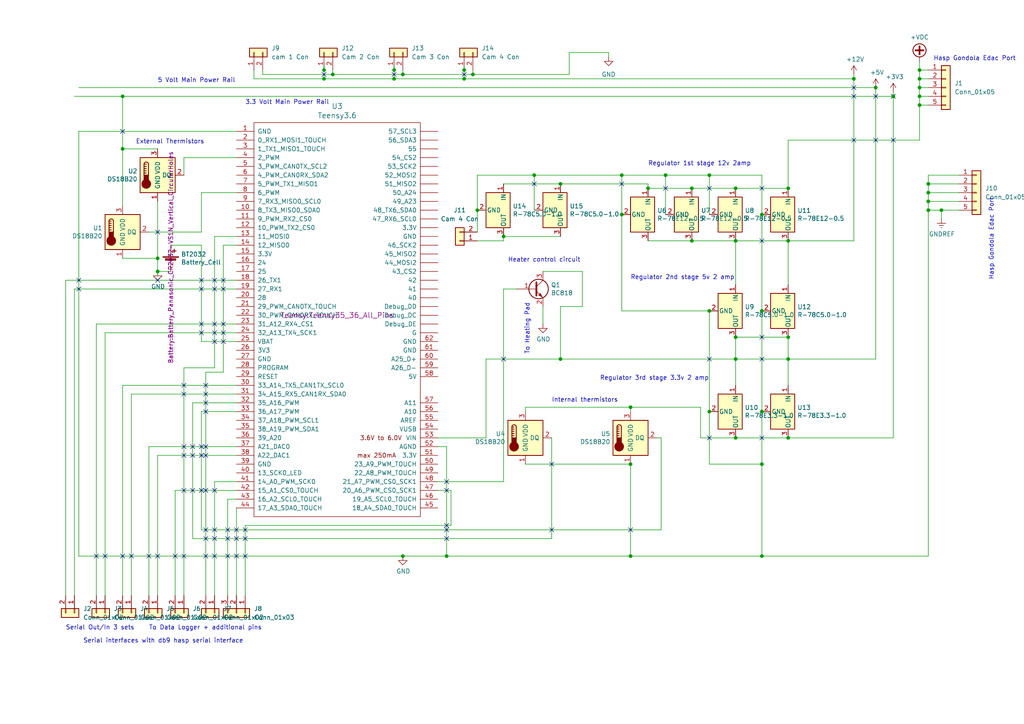
<source format=kicad_sch>
(kicad_sch (version 20211123) (generator eeschema)

  (uuid 87d7448e-e139-4209-ae0b-372f805267da)

  (paper "A4")

  (title_block
    (title "College of the Canyons HASP 2022")
    (date "2022-02-17")
  )

  (lib_symbols
    (symbol "Connector_Generic:Conn_01x02" (pin_names (offset 1.016) hide) (in_bom yes) (on_board yes)
      (property "Reference" "J" (id 0) (at 0 2.54 0)
        (effects (font (size 1.27 1.27)))
      )
      (property "Value" "Conn_01x02" (id 1) (at 0 -5.08 0)
        (effects (font (size 1.27 1.27)))
      )
      (property "Footprint" "" (id 2) (at 0 0 0)
        (effects (font (size 1.27 1.27)) hide)
      )
      (property "Datasheet" "~" (id 3) (at 0 0 0)
        (effects (font (size 1.27 1.27)) hide)
      )
      (property "ki_keywords" "connector" (id 4) (at 0 0 0)
        (effects (font (size 1.27 1.27)) hide)
      )
      (property "ki_description" "Generic connector, single row, 01x02, script generated (kicad-library-utils/schlib/autogen/connector/)" (id 5) (at 0 0 0)
        (effects (font (size 1.27 1.27)) hide)
      )
      (property "ki_fp_filters" "Connector*:*_1x??_*" (id 6) (at 0 0 0)
        (effects (font (size 1.27 1.27)) hide)
      )
      (symbol "Conn_01x02_1_1"
        (rectangle (start -1.27 -2.413) (end 0 -2.667)
          (stroke (width 0.1524) (type default) (color 0 0 0 0))
          (fill (type none))
        )
        (rectangle (start -1.27 0.127) (end 0 -0.127)
          (stroke (width 0.1524) (type default) (color 0 0 0 0))
          (fill (type none))
        )
        (rectangle (start -1.27 1.27) (end 1.27 -3.81)
          (stroke (width 0.254) (type default) (color 0 0 0 0))
          (fill (type background))
        )
        (pin passive line (at -5.08 0 0) (length 3.81)
          (name "Pin_1" (effects (font (size 1.27 1.27))))
          (number "1" (effects (font (size 1.27 1.27))))
        )
        (pin passive line (at -5.08 -2.54 0) (length 3.81)
          (name "Pin_2" (effects (font (size 1.27 1.27))))
          (number "2" (effects (font (size 1.27 1.27))))
        )
      )
    )
    (symbol "Connector_Generic:Conn_01x03" (pin_names (offset 1.016) hide) (in_bom yes) (on_board yes)
      (property "Reference" "J" (id 0) (at 0 5.08 0)
        (effects (font (size 1.27 1.27)))
      )
      (property "Value" "Conn_01x03" (id 1) (at 0 -5.08 0)
        (effects (font (size 1.27 1.27)))
      )
      (property "Footprint" "" (id 2) (at 0 0 0)
        (effects (font (size 1.27 1.27)) hide)
      )
      (property "Datasheet" "~" (id 3) (at 0 0 0)
        (effects (font (size 1.27 1.27)) hide)
      )
      (property "ki_keywords" "connector" (id 4) (at 0 0 0)
        (effects (font (size 1.27 1.27)) hide)
      )
      (property "ki_description" "Generic connector, single row, 01x03, script generated (kicad-library-utils/schlib/autogen/connector/)" (id 5) (at 0 0 0)
        (effects (font (size 1.27 1.27)) hide)
      )
      (property "ki_fp_filters" "Connector*:*_1x??_*" (id 6) (at 0 0 0)
        (effects (font (size 1.27 1.27)) hide)
      )
      (symbol "Conn_01x03_1_1"
        (rectangle (start -1.27 -2.413) (end 0 -2.667)
          (stroke (width 0.1524) (type default) (color 0 0 0 0))
          (fill (type none))
        )
        (rectangle (start -1.27 0.127) (end 0 -0.127)
          (stroke (width 0.1524) (type default) (color 0 0 0 0))
          (fill (type none))
        )
        (rectangle (start -1.27 2.667) (end 0 2.413)
          (stroke (width 0.1524) (type default) (color 0 0 0 0))
          (fill (type none))
        )
        (rectangle (start -1.27 3.81) (end 1.27 -3.81)
          (stroke (width 0.254) (type default) (color 0 0 0 0))
          (fill (type background))
        )
        (pin passive line (at -5.08 2.54 0) (length 3.81)
          (name "Pin_1" (effects (font (size 1.27 1.27))))
          (number "1" (effects (font (size 1.27 1.27))))
        )
        (pin passive line (at -5.08 0 0) (length 3.81)
          (name "Pin_2" (effects (font (size 1.27 1.27))))
          (number "2" (effects (font (size 1.27 1.27))))
        )
        (pin passive line (at -5.08 -2.54 0) (length 3.81)
          (name "Pin_3" (effects (font (size 1.27 1.27))))
          (number "3" (effects (font (size 1.27 1.27))))
        )
      )
    )
    (symbol "Connector_Generic:Conn_01x05" (pin_names (offset 1.016) hide) (in_bom yes) (on_board yes)
      (property "Reference" "J" (id 0) (at 0 7.62 0)
        (effects (font (size 1.27 1.27)))
      )
      (property "Value" "Conn_01x05" (id 1) (at 0 -7.62 0)
        (effects (font (size 1.27 1.27)))
      )
      (property "Footprint" "" (id 2) (at 0 0 0)
        (effects (font (size 1.27 1.27)) hide)
      )
      (property "Datasheet" "~" (id 3) (at 0 0 0)
        (effects (font (size 1.27 1.27)) hide)
      )
      (property "ki_keywords" "connector" (id 4) (at 0 0 0)
        (effects (font (size 1.27 1.27)) hide)
      )
      (property "ki_description" "Generic connector, single row, 01x05, script generated (kicad-library-utils/schlib/autogen/connector/)" (id 5) (at 0 0 0)
        (effects (font (size 1.27 1.27)) hide)
      )
      (property "ki_fp_filters" "Connector*:*_1x??_*" (id 6) (at 0 0 0)
        (effects (font (size 1.27 1.27)) hide)
      )
      (symbol "Conn_01x05_1_1"
        (rectangle (start -1.27 -4.953) (end 0 -5.207)
          (stroke (width 0.1524) (type default) (color 0 0 0 0))
          (fill (type none))
        )
        (rectangle (start -1.27 -2.413) (end 0 -2.667)
          (stroke (width 0.1524) (type default) (color 0 0 0 0))
          (fill (type none))
        )
        (rectangle (start -1.27 0.127) (end 0 -0.127)
          (stroke (width 0.1524) (type default) (color 0 0 0 0))
          (fill (type none))
        )
        (rectangle (start -1.27 2.667) (end 0 2.413)
          (stroke (width 0.1524) (type default) (color 0 0 0 0))
          (fill (type none))
        )
        (rectangle (start -1.27 5.207) (end 0 4.953)
          (stroke (width 0.1524) (type default) (color 0 0 0 0))
          (fill (type none))
        )
        (rectangle (start -1.27 6.35) (end 1.27 -6.35)
          (stroke (width 0.254) (type default) (color 0 0 0 0))
          (fill (type background))
        )
        (pin passive line (at -5.08 5.08 0) (length 3.81)
          (name "Pin_1" (effects (font (size 1.27 1.27))))
          (number "1" (effects (font (size 1.27 1.27))))
        )
        (pin passive line (at -5.08 2.54 0) (length 3.81)
          (name "Pin_2" (effects (font (size 1.27 1.27))))
          (number "2" (effects (font (size 1.27 1.27))))
        )
        (pin passive line (at -5.08 0 0) (length 3.81)
          (name "Pin_3" (effects (font (size 1.27 1.27))))
          (number "3" (effects (font (size 1.27 1.27))))
        )
        (pin passive line (at -5.08 -2.54 0) (length 3.81)
          (name "Pin_4" (effects (font (size 1.27 1.27))))
          (number "4" (effects (font (size 1.27 1.27))))
        )
        (pin passive line (at -5.08 -5.08 0) (length 3.81)
          (name "Pin_5" (effects (font (size 1.27 1.27))))
          (number "5" (effects (font (size 1.27 1.27))))
        )
      )
    )
    (symbol "Device:Battery_Cell" (pin_numbers hide) (pin_names (offset 0) hide) (in_bom yes) (on_board yes)
      (property "Reference" "BT" (id 0) (at 2.54 2.54 0)
        (effects (font (size 1.27 1.27)) (justify left))
      )
      (property "Value" "Battery_Cell" (id 1) (at 2.54 0 0)
        (effects (font (size 1.27 1.27)) (justify left))
      )
      (property "Footprint" "" (id 2) (at 0 1.524 90)
        (effects (font (size 1.27 1.27)) hide)
      )
      (property "Datasheet" "~" (id 3) (at 0 1.524 90)
        (effects (font (size 1.27 1.27)) hide)
      )
      (property "ki_keywords" "battery cell" (id 4) (at 0 0 0)
        (effects (font (size 1.27 1.27)) hide)
      )
      (property "ki_description" "Single-cell battery" (id 5) (at 0 0 0)
        (effects (font (size 1.27 1.27)) hide)
      )
      (symbol "Battery_Cell_0_1"
        (rectangle (start -2.286 1.778) (end 2.286 1.524)
          (stroke (width 0) (type default) (color 0 0 0 0))
          (fill (type outline))
        )
        (rectangle (start -1.5748 1.1938) (end 1.4732 0.6858)
          (stroke (width 0) (type default) (color 0 0 0 0))
          (fill (type outline))
        )
        (polyline
          (pts
            (xy 0 0.762)
            (xy 0 0)
          )
          (stroke (width 0) (type default) (color 0 0 0 0))
          (fill (type none))
        )
        (polyline
          (pts
            (xy 0 1.778)
            (xy 0 2.54)
          )
          (stroke (width 0) (type default) (color 0 0 0 0))
          (fill (type none))
        )
        (polyline
          (pts
            (xy 0.508 3.429)
            (xy 1.524 3.429)
          )
          (stroke (width 0.254) (type default) (color 0 0 0 0))
          (fill (type none))
        )
        (polyline
          (pts
            (xy 1.016 3.937)
            (xy 1.016 2.921)
          )
          (stroke (width 0.254) (type default) (color 0 0 0 0))
          (fill (type none))
        )
      )
      (symbol "Battery_Cell_1_1"
        (pin passive line (at 0 5.08 270) (length 2.54)
          (name "+" (effects (font (size 1.27 1.27))))
          (number "1" (effects (font (size 1.27 1.27))))
        )
        (pin passive line (at 0 -2.54 90) (length 2.54)
          (name "-" (effects (font (size 1.27 1.27))))
          (number "2" (effects (font (size 1.27 1.27))))
        )
      )
    )
    (symbol "Regulator_Switching:R-78C5.0-1.0" (pin_names (offset 0.254)) (in_bom yes) (on_board yes)
      (property "Reference" "U" (id 0) (at -3.81 3.175 0)
        (effects (font (size 1.27 1.27)))
      )
      (property "Value" "R-78C5.0-1.0" (id 1) (at 0 3.175 0)
        (effects (font (size 1.27 1.27)) (justify left))
      )
      (property "Footprint" "Converter_DCDC:Converter_DCDC_RECOM_R-78E-0.5_THT" (id 2) (at 1.27 -6.35 0)
        (effects (font (size 1.27 1.27) italic) (justify left) hide)
      )
      (property "Datasheet" "https://www.recom-power.com/pdf/Innoline/R-78Cxx-1.0.pdf" (id 3) (at 0 0 0)
        (effects (font (size 1.27 1.27)) hide)
      )
      (property "ki_keywords" "dc-dc recom Step-Down DC/DC-Regulator" (id 4) (at 0 0 0)
        (effects (font (size 1.27 1.27)) hide)
      )
      (property "ki_description" "1A Step-Down DC/DC-Regulator, 7-42V input, 5V fixed Output Voltage, LM78xx replacement, -40°C to +85°C, SIP3" (id 5) (at 0 0 0)
        (effects (font (size 1.27 1.27)) hide)
      )
      (property "ki_fp_filters" "Converter*DCDC*RECOM*R*78E*0.5*" (id 6) (at 0 0 0)
        (effects (font (size 1.27 1.27)) hide)
      )
      (symbol "R-78C5.0-1.0_0_1"
        (rectangle (start -5.08 1.905) (end 5.08 -5.08)
          (stroke (width 0.254) (type default) (color 0 0 0 0))
          (fill (type background))
        )
      )
      (symbol "R-78C5.0-1.0_1_1"
        (pin power_in line (at -7.62 0 0) (length 2.54)
          (name "IN" (effects (font (size 1.27 1.27))))
          (number "1" (effects (font (size 1.27 1.27))))
        )
        (pin power_in line (at 0 -7.62 90) (length 2.54)
          (name "GND" (effects (font (size 1.27 1.27))))
          (number "2" (effects (font (size 1.27 1.27))))
        )
        (pin power_out line (at 7.62 0 180) (length 2.54)
          (name "OUT" (effects (font (size 1.27 1.27))))
          (number "3" (effects (font (size 1.27 1.27))))
        )
      )
    )
    (symbol "Regulator_Switching:R-78E12-0.5" (pin_names (offset 0.254)) (in_bom yes) (on_board yes)
      (property "Reference" "U" (id 0) (at -3.81 3.175 0)
        (effects (font (size 1.27 1.27)))
      )
      (property "Value" "R-78E12-0.5" (id 1) (at 0 3.175 0)
        (effects (font (size 1.27 1.27)) (justify left))
      )
      (property "Footprint" "Converter_DCDC:Converter_DCDC_RECOM_R-78E-0.5_THT" (id 2) (at 1.27 -6.35 0)
        (effects (font (size 1.27 1.27) italic) (justify left) hide)
      )
      (property "Datasheet" "https://www.recom-power.com/pdf/Innoline/R-78Exx-0.5.pdf" (id 3) (at 0 0 0)
        (effects (font (size 1.27 1.27)) hide)
      )
      (property "ki_keywords" "dc-dc recom Step-Down DC/DC-Regulator" (id 4) (at 0 0 0)
        (effects (font (size 1.27 1.27)) hide)
      )
      (property "ki_description" "500mA Step-Down DC/DC-Regulator, 15-28V input, 12V fixed Output Voltage, LM78xx replacement, -40°C to +85°C, SIP3" (id 5) (at 0 0 0)
        (effects (font (size 1.27 1.27)) hide)
      )
      (property "ki_fp_filters" "Converter*DCDC*RECOM*R*78E*0.5*" (id 6) (at 0 0 0)
        (effects (font (size 1.27 1.27)) hide)
      )
      (symbol "R-78E12-0.5_0_1"
        (rectangle (start -5.08 1.905) (end 5.08 -5.08)
          (stroke (width 0.254) (type default) (color 0 0 0 0))
          (fill (type background))
        )
      )
      (symbol "R-78E12-0.5_1_1"
        (pin power_in line (at -7.62 0 0) (length 2.54)
          (name "IN" (effects (font (size 1.27 1.27))))
          (number "1" (effects (font (size 1.27 1.27))))
        )
        (pin power_in line (at 0 -7.62 90) (length 2.54)
          (name "GND" (effects (font (size 1.27 1.27))))
          (number "2" (effects (font (size 1.27 1.27))))
        )
        (pin power_out line (at 7.62 0 180) (length 2.54)
          (name "OUT" (effects (font (size 1.27 1.27))))
          (number "3" (effects (font (size 1.27 1.27))))
        )
      )
    )
    (symbol "Regulator_Switching:R-78E3.3-1.0" (pin_names (offset 0.254)) (in_bom yes) (on_board yes)
      (property "Reference" "U" (id 0) (at -3.81 3.175 0)
        (effects (font (size 1.27 1.27)))
      )
      (property "Value" "R-78E3.3-1.0" (id 1) (at 0 3.175 0)
        (effects (font (size 1.27 1.27)) (justify left))
      )
      (property "Footprint" "Converter_DCDC:Converter_DCDC_RECOM_R-78E-0.5_THT" (id 2) (at 1.27 -6.35 0)
        (effects (font (size 1.27 1.27) italic) (justify left) hide)
      )
      (property "Datasheet" "https://www.recom-power.com/pdf/Innoline/R-78Exx-1.0.pdf" (id 3) (at 0 0 0)
        (effects (font (size 1.27 1.27)) hide)
      )
      (property "ki_keywords" "dc-dc recom Step-Down DC/DC-Regulator" (id 4) (at 0 0 0)
        (effects (font (size 1.27 1.27)) hide)
      )
      (property "ki_description" "1A Step-Down DC/DC-Regulator, 6-28V input, 3.3V fixed Output Voltage, LM78xx replacement, -40°C to +85°C, SIP3" (id 5) (at 0 0 0)
        (effects (font (size 1.27 1.27)) hide)
      )
      (property "ki_fp_filters" "Converter*DCDC*RECOM*R*78E*0.5*" (id 6) (at 0 0 0)
        (effects (font (size 1.27 1.27)) hide)
      )
      (symbol "R-78E3.3-1.0_0_1"
        (rectangle (start -5.08 1.905) (end 5.08 -5.08)
          (stroke (width 0.254) (type default) (color 0 0 0 0))
          (fill (type background))
        )
      )
      (symbol "R-78E3.3-1.0_1_1"
        (pin power_in line (at -7.62 0 0) (length 2.54)
          (name "IN" (effects (font (size 1.27 1.27))))
          (number "1" (effects (font (size 1.27 1.27))))
        )
        (pin power_in line (at 0 -7.62 90) (length 2.54)
          (name "GND" (effects (font (size 1.27 1.27))))
          (number "2" (effects (font (size 1.27 1.27))))
        )
        (pin power_out line (at 7.62 0 180) (length 2.54)
          (name "OUT" (effects (font (size 1.27 1.27))))
          (number "3" (effects (font (size 1.27 1.27))))
        )
      )
    )
    (symbol "Sensor_Temperature:DS18B20" (pin_names (offset 1.016)) (in_bom yes) (on_board yes)
      (property "Reference" "U" (id 0) (at -3.81 6.35 0)
        (effects (font (size 1.27 1.27)))
      )
      (property "Value" "DS18B20" (id 1) (at 6.35 6.35 0)
        (effects (font (size 1.27 1.27)))
      )
      (property "Footprint" "Package_TO_SOT_THT:TO-92_Inline" (id 2) (at -25.4 -6.35 0)
        (effects (font (size 1.27 1.27)) hide)
      )
      (property "Datasheet" "http://datasheets.maximintegrated.com/en/ds/DS18B20.pdf" (id 3) (at -3.81 6.35 0)
        (effects (font (size 1.27 1.27)) hide)
      )
      (property "ki_keywords" "OneWire 1Wire Dallas Maxim" (id 4) (at 0 0 0)
        (effects (font (size 1.27 1.27)) hide)
      )
      (property "ki_description" "Programmable Resolution 1-Wire Digital Thermometer TO-92" (id 5) (at 0 0 0)
        (effects (font (size 1.27 1.27)) hide)
      )
      (property "ki_fp_filters" "TO*92*" (id 6) (at 0 0 0)
        (effects (font (size 1.27 1.27)) hide)
      )
      (symbol "DS18B20_0_1"
        (rectangle (start -5.08 5.08) (end 5.08 -5.08)
          (stroke (width 0.254) (type default) (color 0 0 0 0))
          (fill (type background))
        )
        (circle (center -3.302 -2.54) (radius 1.27)
          (stroke (width 0.254) (type default) (color 0 0 0 0))
          (fill (type outline))
        )
        (rectangle (start -2.667 -1.905) (end -3.937 0)
          (stroke (width 0.254) (type default) (color 0 0 0 0))
          (fill (type outline))
        )
        (arc (start -2.667 3.175) (mid -3.302 3.81) (end -3.937 3.175)
          (stroke (width 0.254) (type default) (color 0 0 0 0))
          (fill (type none))
        )
        (polyline
          (pts
            (xy -3.937 0.635)
            (xy -3.302 0.635)
          )
          (stroke (width 0.254) (type default) (color 0 0 0 0))
          (fill (type none))
        )
        (polyline
          (pts
            (xy -3.937 1.27)
            (xy -3.302 1.27)
          )
          (stroke (width 0.254) (type default) (color 0 0 0 0))
          (fill (type none))
        )
        (polyline
          (pts
            (xy -3.937 1.905)
            (xy -3.302 1.905)
          )
          (stroke (width 0.254) (type default) (color 0 0 0 0))
          (fill (type none))
        )
        (polyline
          (pts
            (xy -3.937 2.54)
            (xy -3.302 2.54)
          )
          (stroke (width 0.254) (type default) (color 0 0 0 0))
          (fill (type none))
        )
        (polyline
          (pts
            (xy -3.937 3.175)
            (xy -3.937 0)
          )
          (stroke (width 0.254) (type default) (color 0 0 0 0))
          (fill (type none))
        )
        (polyline
          (pts
            (xy -3.937 3.175)
            (xy -3.302 3.175)
          )
          (stroke (width 0.254) (type default) (color 0 0 0 0))
          (fill (type none))
        )
        (polyline
          (pts
            (xy -2.667 3.175)
            (xy -2.667 0)
          )
          (stroke (width 0.254) (type default) (color 0 0 0 0))
          (fill (type none))
        )
      )
      (symbol "DS18B20_1_1"
        (pin power_in line (at 0 -7.62 90) (length 2.54)
          (name "GND" (effects (font (size 1.27 1.27))))
          (number "1" (effects (font (size 1.27 1.27))))
        )
        (pin bidirectional line (at 7.62 0 180) (length 2.54)
          (name "DQ" (effects (font (size 1.27 1.27))))
          (number "2" (effects (font (size 1.27 1.27))))
        )
        (pin power_in line (at 0 7.62 270) (length 2.54)
          (name "VDD" (effects (font (size 1.27 1.27))))
          (number "3" (effects (font (size 1.27 1.27))))
        )
      )
    )
    (symbol "Transistor_BJT:BC818" (pin_names (offset 0) hide) (in_bom yes) (on_board yes)
      (property "Reference" "Q" (id 0) (at 5.08 1.905 0)
        (effects (font (size 1.27 1.27)) (justify left))
      )
      (property "Value" "BC818" (id 1) (at 5.08 0 0)
        (effects (font (size 1.27 1.27)) (justify left))
      )
      (property "Footprint" "Package_TO_SOT_SMD:SOT-23" (id 2) (at 5.08 -1.905 0)
        (effects (font (size 1.27 1.27) italic) (justify left) hide)
      )
      (property "Datasheet" "https://www.onsemi.com/pub/Collateral/BC818-D.pdf" (id 3) (at 0 0 0)
        (effects (font (size 1.27 1.27)) (justify left) hide)
      )
      (property "ki_keywords" "NPN Transistor" (id 4) (at 0 0 0)
        (effects (font (size 1.27 1.27)) hide)
      )
      (property "ki_description" "0.8A Ic, 25V Vce, NPN Transistor, SOT-23" (id 5) (at 0 0 0)
        (effects (font (size 1.27 1.27)) hide)
      )
      (property "ki_fp_filters" "SOT?23*" (id 6) (at 0 0 0)
        (effects (font (size 1.27 1.27)) hide)
      )
      (symbol "BC818_0_1"
        (polyline
          (pts
            (xy 0.635 0.635)
            (xy 2.54 2.54)
          )
          (stroke (width 0) (type default) (color 0 0 0 0))
          (fill (type none))
        )
        (polyline
          (pts
            (xy 0.635 -0.635)
            (xy 2.54 -2.54)
            (xy 2.54 -2.54)
          )
          (stroke (width 0) (type default) (color 0 0 0 0))
          (fill (type none))
        )
        (polyline
          (pts
            (xy 0.635 1.905)
            (xy 0.635 -1.905)
            (xy 0.635 -1.905)
          )
          (stroke (width 0.508) (type default) (color 0 0 0 0))
          (fill (type none))
        )
        (polyline
          (pts
            (xy 1.27 -1.778)
            (xy 1.778 -1.27)
            (xy 2.286 -2.286)
            (xy 1.27 -1.778)
            (xy 1.27 -1.778)
          )
          (stroke (width 0) (type default) (color 0 0 0 0))
          (fill (type outline))
        )
        (circle (center 1.27 0) (radius 2.8194)
          (stroke (width 0.254) (type default) (color 0 0 0 0))
          (fill (type none))
        )
      )
      (symbol "BC818_1_1"
        (pin input line (at -5.08 0 0) (length 5.715)
          (name "B" (effects (font (size 1.27 1.27))))
          (number "1" (effects (font (size 1.27 1.27))))
        )
        (pin passive line (at 2.54 -5.08 90) (length 2.54)
          (name "E" (effects (font (size 1.27 1.27))))
          (number "2" (effects (font (size 1.27 1.27))))
        )
        (pin passive line (at 2.54 5.08 270) (length 2.54)
          (name "C" (effects (font (size 1.27 1.27))))
          (number "3" (effects (font (size 1.27 1.27))))
        )
      )
    )
    (symbol "power:+12V" (power) (pin_names (offset 0)) (in_bom yes) (on_board yes)
      (property "Reference" "#PWR" (id 0) (at 0 -3.81 0)
        (effects (font (size 1.27 1.27)) hide)
      )
      (property "Value" "+12V" (id 1) (at 0 3.556 0)
        (effects (font (size 1.27 1.27)))
      )
      (property "Footprint" "" (id 2) (at 0 0 0)
        (effects (font (size 1.27 1.27)) hide)
      )
      (property "Datasheet" "" (id 3) (at 0 0 0)
        (effects (font (size 1.27 1.27)) hide)
      )
      (property "ki_keywords" "power-flag" (id 4) (at 0 0 0)
        (effects (font (size 1.27 1.27)) hide)
      )
      (property "ki_description" "Power symbol creates a global label with name \"+12V\"" (id 5) (at 0 0 0)
        (effects (font (size 1.27 1.27)) hide)
      )
      (symbol "+12V_0_1"
        (polyline
          (pts
            (xy -0.762 1.27)
            (xy 0 2.54)
          )
          (stroke (width 0) (type default) (color 0 0 0 0))
          (fill (type none))
        )
        (polyline
          (pts
            (xy 0 0)
            (xy 0 2.54)
          )
          (stroke (width 0) (type default) (color 0 0 0 0))
          (fill (type none))
        )
        (polyline
          (pts
            (xy 0 2.54)
            (xy 0.762 1.27)
          )
          (stroke (width 0) (type default) (color 0 0 0 0))
          (fill (type none))
        )
      )
      (symbol "+12V_1_1"
        (pin power_in line (at 0 0 90) (length 0) hide
          (name "+12V" (effects (font (size 1.27 1.27))))
          (number "1" (effects (font (size 1.27 1.27))))
        )
      )
    )
    (symbol "power:+3.3V" (power) (pin_names (offset 0)) (in_bom yes) (on_board yes)
      (property "Reference" "#PWR" (id 0) (at 0 -3.81 0)
        (effects (font (size 1.27 1.27)) hide)
      )
      (property "Value" "+3.3V" (id 1) (at 0 3.556 0)
        (effects (font (size 1.27 1.27)))
      )
      (property "Footprint" "" (id 2) (at 0 0 0)
        (effects (font (size 1.27 1.27)) hide)
      )
      (property "Datasheet" "" (id 3) (at 0 0 0)
        (effects (font (size 1.27 1.27)) hide)
      )
      (property "ki_keywords" "power-flag" (id 4) (at 0 0 0)
        (effects (font (size 1.27 1.27)) hide)
      )
      (property "ki_description" "Power symbol creates a global label with name \"+3.3V\"" (id 5) (at 0 0 0)
        (effects (font (size 1.27 1.27)) hide)
      )
      (symbol "+3.3V_0_1"
        (polyline
          (pts
            (xy -0.762 1.27)
            (xy 0 2.54)
          )
          (stroke (width 0) (type default) (color 0 0 0 0))
          (fill (type none))
        )
        (polyline
          (pts
            (xy 0 0)
            (xy 0 2.54)
          )
          (stroke (width 0) (type default) (color 0 0 0 0))
          (fill (type none))
        )
        (polyline
          (pts
            (xy 0 2.54)
            (xy 0.762 1.27)
          )
          (stroke (width 0) (type default) (color 0 0 0 0))
          (fill (type none))
        )
      )
      (symbol "+3.3V_1_1"
        (pin power_in line (at 0 0 90) (length 0) hide
          (name "+3V3" (effects (font (size 1.27 1.27))))
          (number "1" (effects (font (size 1.27 1.27))))
        )
      )
    )
    (symbol "power:+5V" (power) (pin_names (offset 0)) (in_bom yes) (on_board yes)
      (property "Reference" "#PWR" (id 0) (at 0 -3.81 0)
        (effects (font (size 1.27 1.27)) hide)
      )
      (property "Value" "+5V" (id 1) (at 0 3.556 0)
        (effects (font (size 1.27 1.27)))
      )
      (property "Footprint" "" (id 2) (at 0 0 0)
        (effects (font (size 1.27 1.27)) hide)
      )
      (property "Datasheet" "" (id 3) (at 0 0 0)
        (effects (font (size 1.27 1.27)) hide)
      )
      (property "ki_keywords" "power-flag" (id 4) (at 0 0 0)
        (effects (font (size 1.27 1.27)) hide)
      )
      (property "ki_description" "Power symbol creates a global label with name \"+5V\"" (id 5) (at 0 0 0)
        (effects (font (size 1.27 1.27)) hide)
      )
      (symbol "+5V_0_1"
        (polyline
          (pts
            (xy -0.762 1.27)
            (xy 0 2.54)
          )
          (stroke (width 0) (type default) (color 0 0 0 0))
          (fill (type none))
        )
        (polyline
          (pts
            (xy 0 0)
            (xy 0 2.54)
          )
          (stroke (width 0) (type default) (color 0 0 0 0))
          (fill (type none))
        )
        (polyline
          (pts
            (xy 0 2.54)
            (xy 0.762 1.27)
          )
          (stroke (width 0) (type default) (color 0 0 0 0))
          (fill (type none))
        )
      )
      (symbol "+5V_1_1"
        (pin power_in line (at 0 0 90) (length 0) hide
          (name "+5V" (effects (font (size 1.27 1.27))))
          (number "1" (effects (font (size 1.27 1.27))))
        )
      )
    )
    (symbol "power:+VDC" (power) (pin_names (offset 0)) (in_bom yes) (on_board yes)
      (property "Reference" "#PWR" (id 0) (at 0 -2.54 0)
        (effects (font (size 1.27 1.27)) hide)
      )
      (property "Value" "+VDC" (id 1) (at 0 6.35 0)
        (effects (font (size 1.27 1.27)))
      )
      (property "Footprint" "" (id 2) (at 0 0 0)
        (effects (font (size 1.27 1.27)) hide)
      )
      (property "Datasheet" "" (id 3) (at 0 0 0)
        (effects (font (size 1.27 1.27)) hide)
      )
      (property "ki_keywords" "power-flag" (id 4) (at 0 0 0)
        (effects (font (size 1.27 1.27)) hide)
      )
      (property "ki_description" "Power symbol creates a global label with name \"+VDC\"" (id 5) (at 0 0 0)
        (effects (font (size 1.27 1.27)) hide)
      )
      (symbol "+VDC_0_1"
        (polyline
          (pts
            (xy -1.143 3.175)
            (xy 1.143 3.175)
          )
          (stroke (width 0.508) (type default) (color 0 0 0 0))
          (fill (type none))
        )
        (polyline
          (pts
            (xy 0 0)
            (xy 0 1.27)
          )
          (stroke (width 0) (type default) (color 0 0 0 0))
          (fill (type none))
        )
        (polyline
          (pts
            (xy 0 2.032)
            (xy 0 4.318)
          )
          (stroke (width 0.508) (type default) (color 0 0 0 0))
          (fill (type none))
        )
        (circle (center 0 3.175) (radius 1.905)
          (stroke (width 0.254) (type default) (color 0 0 0 0))
          (fill (type none))
        )
      )
      (symbol "+VDC_1_1"
        (pin power_in line (at 0 0 90) (length 0) hide
          (name "+VDC" (effects (font (size 1.27 1.27))))
          (number "1" (effects (font (size 1.27 1.27))))
        )
      )
    )
    (symbol "power:GND" (power) (pin_names (offset 0)) (in_bom yes) (on_board yes)
      (property "Reference" "#PWR" (id 0) (at 0 -6.35 0)
        (effects (font (size 1.27 1.27)) hide)
      )
      (property "Value" "GND" (id 1) (at 0 -3.81 0)
        (effects (font (size 1.27 1.27)))
      )
      (property "Footprint" "" (id 2) (at 0 0 0)
        (effects (font (size 1.27 1.27)) hide)
      )
      (property "Datasheet" "" (id 3) (at 0 0 0)
        (effects (font (size 1.27 1.27)) hide)
      )
      (property "ki_keywords" "power-flag" (id 4) (at 0 0 0)
        (effects (font (size 1.27 1.27)) hide)
      )
      (property "ki_description" "Power symbol creates a global label with name \"GND\" , ground" (id 5) (at 0 0 0)
        (effects (font (size 1.27 1.27)) hide)
      )
      (symbol "GND_0_1"
        (polyline
          (pts
            (xy 0 0)
            (xy 0 -1.27)
            (xy 1.27 -1.27)
            (xy 0 -2.54)
            (xy -1.27 -1.27)
            (xy 0 -1.27)
          )
          (stroke (width 0) (type default) (color 0 0 0 0))
          (fill (type none))
        )
      )
      (symbol "GND_1_1"
        (pin power_in line (at 0 0 270) (length 0) hide
          (name "GND" (effects (font (size 1.27 1.27))))
          (number "1" (effects (font (size 1.27 1.27))))
        )
      )
    )
    (symbol "power:GNDREF" (power) (pin_names (offset 0)) (in_bom yes) (on_board yes)
      (property "Reference" "#PWR" (id 0) (at 0 -6.35 0)
        (effects (font (size 1.27 1.27)) hide)
      )
      (property "Value" "GNDREF" (id 1) (at 0 -3.81 0)
        (effects (font (size 1.27 1.27)))
      )
      (property "Footprint" "" (id 2) (at 0 0 0)
        (effects (font (size 1.27 1.27)) hide)
      )
      (property "Datasheet" "" (id 3) (at 0 0 0)
        (effects (font (size 1.27 1.27)) hide)
      )
      (property "ki_keywords" "power-flag" (id 4) (at 0 0 0)
        (effects (font (size 1.27 1.27)) hide)
      )
      (property "ki_description" "Power symbol creates a global label with name \"GNDREF\" , reference supply ground" (id 5) (at 0 0 0)
        (effects (font (size 1.27 1.27)) hide)
      )
      (symbol "GNDREF_0_1"
        (polyline
          (pts
            (xy -0.635 -1.905)
            (xy 0.635 -1.905)
          )
          (stroke (width 0) (type default) (color 0 0 0 0))
          (fill (type none))
        )
        (polyline
          (pts
            (xy -0.127 -2.54)
            (xy 0.127 -2.54)
          )
          (stroke (width 0) (type default) (color 0 0 0 0))
          (fill (type none))
        )
        (polyline
          (pts
            (xy 0 -1.27)
            (xy 0 0)
          )
          (stroke (width 0) (type default) (color 0 0 0 0))
          (fill (type none))
        )
        (polyline
          (pts
            (xy 1.27 -1.27)
            (xy -1.27 -1.27)
          )
          (stroke (width 0) (type default) (color 0 0 0 0))
          (fill (type none))
        )
      )
      (symbol "GNDREF_1_1"
        (pin power_in line (at 0 0 270) (length 0) hide
          (name "GNDREF" (effects (font (size 1.27 1.27))))
          (number "1" (effects (font (size 1.27 1.27))))
        )
      )
    )
    (symbol "teensy:Teensy3.6" (pin_names (offset 1.016)) (in_bom yes) (on_board yes)
      (property "Reference" "U" (id 0) (at 0 59.69 0)
        (effects (font (size 1.524 1.524)))
      )
      (property "Value" "Teensy3.6" (id 1) (at 0 -59.69 0)
        (effects (font (size 1.524 1.524)))
      )
      (property "Footprint" "" (id 2) (at 0 1.27 0)
        (effects (font (size 1.524 1.524)))
      )
      (property "Datasheet" "" (id 3) (at 0 1.27 0)
        (effects (font (size 1.524 1.524)))
      )
      (symbol "Teensy3.6_0_0"
        (rectangle (start -24.13 57.15) (end 24.13 -57.15)
          (stroke (width 0) (type default) (color 0 0 0 0))
          (fill (type none))
        )
        (text "3.6V to 6.0V" (at 12.7 -34.29 0)
          (effects (font (size 1.27 1.27)))
        )
        (text "max 250mA" (at 11.43 -39.37 0)
          (effects (font (size 1.27 1.27)))
        )
      )
      (symbol "Teensy3.6_1_1"
        (pin power_in line (at -29.21 54.61 0) (length 5.08)
          (name "GND" (effects (font (size 1.27 1.27))))
          (number "1" (effects (font (size 1.27 1.27))))
        )
        (pin bidirectional line (at -29.21 31.75 0) (length 5.08)
          (name "8_TX3_MISO0_SDA0" (effects (font (size 1.27 1.27))))
          (number "10" (effects (font (size 1.27 1.27))))
        )
        (pin bidirectional line (at -29.21 29.21 0) (length 5.08)
          (name "9_PWM_RX2_CS0" (effects (font (size 1.27 1.27))))
          (number "11" (effects (font (size 1.27 1.27))))
        )
        (pin bidirectional line (at -29.21 26.67 0) (length 5.08)
          (name "10_PWM_TX2_CS0" (effects (font (size 1.27 1.27))))
          (number "12" (effects (font (size 1.27 1.27))))
        )
        (pin bidirectional line (at -29.21 24.13 0) (length 5.08)
          (name "11_MOSI0" (effects (font (size 1.27 1.27))))
          (number "13" (effects (font (size 1.27 1.27))))
        )
        (pin bidirectional line (at -29.21 21.59 0) (length 5.08)
          (name "12_MISO0" (effects (font (size 1.27 1.27))))
          (number "14" (effects (font (size 1.27 1.27))))
        )
        (pin power_in line (at -29.21 19.05 0) (length 5.08)
          (name "3.3V" (effects (font (size 1.27 1.27))))
          (number "15" (effects (font (size 1.27 1.27))))
        )
        (pin bidirectional line (at -29.21 16.51 0) (length 5.08)
          (name "24" (effects (font (size 1.27 1.27))))
          (number "16" (effects (font (size 1.27 1.27))))
        )
        (pin bidirectional line (at -29.21 13.97 0) (length 5.08)
          (name "25" (effects (font (size 1.27 1.27))))
          (number "17" (effects (font (size 1.27 1.27))))
        )
        (pin bidirectional line (at -29.21 11.43 0) (length 5.08)
          (name "26_TX1" (effects (font (size 1.27 1.27))))
          (number "18" (effects (font (size 1.27 1.27))))
        )
        (pin bidirectional line (at -29.21 8.89 0) (length 5.08)
          (name "27_RX1" (effects (font (size 1.27 1.27))))
          (number "19" (effects (font (size 1.27 1.27))))
        )
        (pin bidirectional line (at -29.21 52.07 0) (length 5.08)
          (name "0_RX1_MOSI1_TOUCH" (effects (font (size 1.27 1.27))))
          (number "2" (effects (font (size 1.27 1.27))))
        )
        (pin bidirectional line (at -29.21 6.35 0) (length 5.08)
          (name "28" (effects (font (size 1.27 1.27))))
          (number "20" (effects (font (size 1.27 1.27))))
        )
        (pin bidirectional line (at -29.21 3.81 0) (length 5.08)
          (name "29_PWM_CAN0TX_TOUCH" (effects (font (size 1.27 1.27))))
          (number "21" (effects (font (size 1.27 1.27))))
        )
        (pin bidirectional line (at -29.21 1.27 0) (length 5.08)
          (name "30_PWM_CAN0RX_TOUCH" (effects (font (size 1.27 1.27))))
          (number "22" (effects (font (size 1.27 1.27))))
        )
        (pin bidirectional line (at -29.21 -1.27 0) (length 5.08)
          (name "31_A12_RX4_CS1" (effects (font (size 1.27 1.27))))
          (number "23" (effects (font (size 1.27 1.27))))
        )
        (pin bidirectional line (at -29.21 -3.81 0) (length 5.08)
          (name "32_A13_TX4_SCK1" (effects (font (size 1.27 1.27))))
          (number "24" (effects (font (size 1.27 1.27))))
        )
        (pin power_in line (at -29.21 -6.35 0) (length 5.08)
          (name "VBAT" (effects (font (size 1.27 1.27))))
          (number "25" (effects (font (size 1.27 1.27))))
        )
        (pin power_in line (at -29.21 -8.89 0) (length 5.08)
          (name "3V3" (effects (font (size 1.27 1.27))))
          (number "26" (effects (font (size 1.27 1.27))))
        )
        (pin power_in line (at -29.21 -11.43 0) (length 5.08)
          (name "GND" (effects (font (size 1.27 1.27))))
          (number "27" (effects (font (size 1.27 1.27))))
        )
        (pin input line (at -29.21 -13.97 0) (length 5.08)
          (name "PROGRAM" (effects (font (size 1.27 1.27))))
          (number "28" (effects (font (size 1.27 1.27))))
        )
        (pin input line (at -29.21 -16.51 0) (length 5.08)
          (name "RESET" (effects (font (size 1.27 1.27))))
          (number "29" (effects (font (size 1.27 1.27))))
        )
        (pin bidirectional line (at -29.21 49.53 0) (length 5.08)
          (name "1_TX1_MISO1_TOUCH" (effects (font (size 1.27 1.27))))
          (number "3" (effects (font (size 1.27 1.27))))
        )
        (pin bidirectional line (at -29.21 -19.05 0) (length 5.08)
          (name "33_A14_TX5_CAN1TX_SCL0" (effects (font (size 1.27 1.27))))
          (number "30" (effects (font (size 1.27 1.27))))
        )
        (pin bidirectional line (at -29.21 -21.59 0) (length 5.08)
          (name "34_A15_RX5_CAN1RX_SDA0" (effects (font (size 1.27 1.27))))
          (number "31" (effects (font (size 1.27 1.27))))
        )
        (pin bidirectional line (at -29.21 -24.13 0) (length 5.08)
          (name "35_A16_PWM" (effects (font (size 1.27 1.27))))
          (number "32" (effects (font (size 1.27 1.27))))
        )
        (pin bidirectional line (at -29.21 -26.67 0) (length 5.08)
          (name "36_A17_PWM" (effects (font (size 1.27 1.27))))
          (number "33" (effects (font (size 1.27 1.27))))
        )
        (pin bidirectional line (at -29.21 -29.21 0) (length 5.08)
          (name "37_A18_PWM_SCL1" (effects (font (size 1.27 1.27))))
          (number "34" (effects (font (size 1.27 1.27))))
        )
        (pin bidirectional line (at -29.21 -31.75 0) (length 5.08)
          (name "38_A19_PWM_SDA1" (effects (font (size 1.27 1.27))))
          (number "35" (effects (font (size 1.27 1.27))))
        )
        (pin bidirectional line (at -29.21 -34.29 0) (length 5.08)
          (name "39_A20" (effects (font (size 1.27 1.27))))
          (number "36" (effects (font (size 1.27 1.27))))
        )
        (pin bidirectional line (at -29.21 -36.83 0) (length 5.08)
          (name "A21_DAC0" (effects (font (size 1.27 1.27))))
          (number "37" (effects (font (size 1.27 1.27))))
        )
        (pin bidirectional line (at -29.21 -39.37 0) (length 5.08)
          (name "A22_DAC1" (effects (font (size 1.27 1.27))))
          (number "38" (effects (font (size 1.27 1.27))))
        )
        (pin power_in line (at -29.21 -41.91 0) (length 5.08)
          (name "GND" (effects (font (size 1.27 1.27))))
          (number "39" (effects (font (size 1.27 1.27))))
        )
        (pin bidirectional line (at -29.21 46.99 0) (length 5.08)
          (name "2_PWM" (effects (font (size 1.27 1.27))))
          (number "4" (effects (font (size 1.27 1.27))))
        )
        (pin bidirectional line (at -29.21 -44.45 0) (length 5.08)
          (name "13_SCK0_LED" (effects (font (size 1.27 1.27))))
          (number "40" (effects (font (size 1.27 1.27))))
        )
        (pin bidirectional line (at -29.21 -46.99 0) (length 5.08)
          (name "14_A0_PWM_SCK0" (effects (font (size 1.27 1.27))))
          (number "41" (effects (font (size 1.27 1.27))))
        )
        (pin bidirectional line (at -29.21 -49.53 0) (length 5.08)
          (name "15_A1_CS0_TOUCH" (effects (font (size 1.27 1.27))))
          (number "42" (effects (font (size 1.27 1.27))))
        )
        (pin bidirectional line (at -29.21 -52.07 0) (length 5.08)
          (name "16_A2_SCL0_TOUCH" (effects (font (size 1.27 1.27))))
          (number "43" (effects (font (size 1.27 1.27))))
        )
        (pin bidirectional line (at -29.21 -54.61 0) (length 5.08)
          (name "17_A3_SDA0_TOUCH" (effects (font (size 1.27 1.27))))
          (number "44" (effects (font (size 1.27 1.27))))
        )
        (pin bidirectional line (at 29.21 -54.61 180) (length 5.08)
          (name "18_A4_SDA0_TOUCH" (effects (font (size 1.27 1.27))))
          (number "45" (effects (font (size 1.27 1.27))))
        )
        (pin bidirectional line (at 29.21 -52.07 180) (length 5.08)
          (name "19_A5_SCL0_TOUCH" (effects (font (size 1.27 1.27))))
          (number "46" (effects (font (size 1.27 1.27))))
        )
        (pin bidirectional line (at 29.21 -49.53 180) (length 5.08)
          (name "20_A6_PWM_CS0_SCK1" (effects (font (size 1.27 1.27))))
          (number "47" (effects (font (size 1.27 1.27))))
        )
        (pin bidirectional line (at 29.21 -46.99 180) (length 5.08)
          (name "21_A7_PWM_CS0_SCK1" (effects (font (size 1.27 1.27))))
          (number "48" (effects (font (size 1.27 1.27))))
        )
        (pin bidirectional line (at 29.21 -44.45 180) (length 5.08)
          (name "22_A8_PWM_TOUCH" (effects (font (size 1.27 1.27))))
          (number "49" (effects (font (size 1.27 1.27))))
        )
        (pin bidirectional line (at -29.21 44.45 0) (length 5.08)
          (name "3_PWM_CAN0TX_SCL2" (effects (font (size 1.27 1.27))))
          (number "5" (effects (font (size 1.27 1.27))))
        )
        (pin bidirectional line (at 29.21 -41.91 180) (length 5.08)
          (name "23_A9_PWM_TOUCH" (effects (font (size 1.27 1.27))))
          (number "50" (effects (font (size 1.27 1.27))))
        )
        (pin power_out line (at 29.21 -39.37 180) (length 5.08)
          (name "3.3V" (effects (font (size 1.27 1.27))))
          (number "51" (effects (font (size 1.27 1.27))))
        )
        (pin power_out line (at 29.21 -36.83 180) (length 5.08)
          (name "AGND" (effects (font (size 1.27 1.27))))
          (number "52" (effects (font (size 1.27 1.27))))
        )
        (pin power_in line (at 29.21 -34.29 180) (length 5.08)
          (name "VIN" (effects (font (size 1.27 1.27))))
          (number "53" (effects (font (size 1.27 1.27))))
        )
        (pin power_in line (at 29.21 -31.75 180) (length 5.08)
          (name "VUSB" (effects (font (size 1.27 1.27))))
          (number "54" (effects (font (size 1.27 1.27))))
        )
        (pin input line (at 29.21 -29.21 180) (length 5.08)
          (name "AREF" (effects (font (size 1.27 1.27))))
          (number "55" (effects (font (size 1.27 1.27))))
        )
        (pin bidirectional line (at 29.21 -26.67 180) (length 5.08)
          (name "A10" (effects (font (size 1.27 1.27))))
          (number "56" (effects (font (size 1.27 1.27))))
        )
        (pin bidirectional line (at 29.21 -24.13 180) (length 5.08)
          (name "A11" (effects (font (size 1.27 1.27))))
          (number "57" (effects (font (size 1.27 1.27))))
        )
        (pin power_in line (at 29.21 -16.51 180) (length 5.08)
          (name "5V" (effects (font (size 1.27 1.27))))
          (number "58" (effects (font (size 1.27 1.27))))
        )
        (pin bidirectional line (at 29.21 -13.97 180) (length 5.08)
          (name "A26_D-" (effects (font (size 1.27 1.27))))
          (number "59" (effects (font (size 1.27 1.27))))
        )
        (pin bidirectional line (at -29.21 41.91 0) (length 5.08)
          (name "4_PWM_CAN0RX_SDA2" (effects (font (size 1.27 1.27))))
          (number "6" (effects (font (size 1.27 1.27))))
        )
        (pin bidirectional line (at 29.21 -11.43 180) (length 5.08)
          (name "A25_D+" (effects (font (size 1.27 1.27))))
          (number "60" (effects (font (size 1.27 1.27))))
        )
        (pin power_in line (at 29.21 -8.89 180) (length 5.08)
          (name "GND" (effects (font (size 1.27 1.27))))
          (number "61" (effects (font (size 1.27 1.27))))
        )
        (pin power_in line (at 29.21 -6.35 180) (length 5.08)
          (name "GND" (effects (font (size 1.27 1.27))))
          (number "62" (effects (font (size 1.27 1.27))))
        )
        (pin bidirectional line (at -29.21 39.37 0) (length 5.08)
          (name "5_PWM_TX1_MISO1" (effects (font (size 1.27 1.27))))
          (number "7" (effects (font (size 1.27 1.27))))
        )
        (pin bidirectional line (at -29.21 36.83 0) (length 5.08)
          (name "6_PWM" (effects (font (size 1.27 1.27))))
          (number "8" (effects (font (size 1.27 1.27))))
        )
        (pin bidirectional line (at -29.21 34.29 0) (length 5.08)
          (name "7_RX3_MISO0_SCL0" (effects (font (size 1.27 1.27))))
          (number "9" (effects (font (size 1.27 1.27))))
        )
        (pin power_in line (at 29.21 26.67 180) (length 5.08)
          (name "3.3V" (effects (font (size 1.27 1.27))))
          (number "~" (effects (font (size 1.27 1.27))))
        )
        (pin bidirectional line (at 29.21 6.35 180) (length 5.08)
          (name "40" (effects (font (size 1.27 1.27))))
          (number "~" (effects (font (size 1.27 1.27))))
        )
        (pin bidirectional line (at 29.21 8.89 180) (length 5.08)
          (name "41" (effects (font (size 1.27 1.27))))
          (number "~" (effects (font (size 1.27 1.27))))
        )
        (pin bidirectional line (at 29.21 11.43 180) (length 5.08)
          (name "42" (effects (font (size 1.27 1.27))))
          (number "~" (effects (font (size 1.27 1.27))))
        )
        (pin bidirectional line (at 29.21 13.97 180) (length 5.08)
          (name "43_CS2" (effects (font (size 1.27 1.27))))
          (number "~" (effects (font (size 1.27 1.27))))
        )
        (pin bidirectional line (at 29.21 16.51 180) (length 5.08)
          (name "44_MOSI2" (effects (font (size 1.27 1.27))))
          (number "~" (effects (font (size 1.27 1.27))))
        )
        (pin bidirectional line (at 29.21 19.05 180) (length 5.08)
          (name "45_MISO2" (effects (font (size 1.27 1.27))))
          (number "~" (effects (font (size 1.27 1.27))))
        )
        (pin bidirectional line (at 29.21 21.59 180) (length 5.08)
          (name "46_SCK2" (effects (font (size 1.27 1.27))))
          (number "~" (effects (font (size 1.27 1.27))))
        )
        (pin bidirectional line (at 29.21 29.21 180) (length 5.08)
          (name "47_RX6_SCL0" (effects (font (size 1.27 1.27))))
          (number "~" (effects (font (size 1.27 1.27))))
        )
        (pin bidirectional line (at 29.21 31.75 180) (length 5.08)
          (name "48_TX6_SDA0" (effects (font (size 1.27 1.27))))
          (number "~" (effects (font (size 1.27 1.27))))
        )
        (pin bidirectional line (at 29.21 34.29 180) (length 5.08)
          (name "49_A23" (effects (font (size 1.27 1.27))))
          (number "~" (effects (font (size 1.27 1.27))))
        )
        (pin bidirectional line (at 29.21 36.83 180) (length 5.08)
          (name "50_A24" (effects (font (size 1.27 1.27))))
          (number "~" (effects (font (size 1.27 1.27))))
        )
        (pin bidirectional line (at 29.21 39.37 180) (length 5.08)
          (name "51_MISO2" (effects (font (size 1.27 1.27))))
          (number "~" (effects (font (size 1.27 1.27))))
        )
        (pin bidirectional line (at 29.21 41.91 180) (length 5.08)
          (name "52_MOSI2" (effects (font (size 1.27 1.27))))
          (number "~" (effects (font (size 1.27 1.27))))
        )
        (pin bidirectional line (at 29.21 44.45 180) (length 5.08)
          (name "53_SCK2" (effects (font (size 1.27 1.27))))
          (number "~" (effects (font (size 1.27 1.27))))
        )
        (pin bidirectional line (at 29.21 46.99 180) (length 5.08)
          (name "54_CS2" (effects (font (size 1.27 1.27))))
          (number "~" (effects (font (size 1.27 1.27))))
        )
        (pin bidirectional line (at 29.21 49.53 180) (length 5.08)
          (name "55" (effects (font (size 1.27 1.27))))
          (number "~" (effects (font (size 1.27 1.27))))
        )
        (pin bidirectional line (at 29.21 52.07 180) (length 5.08)
          (name "56_SDA3" (effects (font (size 1.27 1.27))))
          (number "~" (effects (font (size 1.27 1.27))))
        )
        (pin bidirectional line (at 29.21 54.61 180) (length 5.08)
          (name "57_SCL3" (effects (font (size 1.27 1.27))))
          (number "~" (effects (font (size 1.27 1.27))))
        )
        (pin input line (at 29.21 1.27 180) (length 5.08)
          (name "Debug_DC" (effects (font (size 1.27 1.27))))
          (number "~" (effects (font (size 1.27 1.27))))
        )
        (pin input line (at 29.21 3.81 180) (length 5.08)
          (name "Debug_DD" (effects (font (size 1.27 1.27))))
          (number "~" (effects (font (size 1.27 1.27))))
        )
        (pin input line (at 29.21 -1.27 180) (length 5.08)
          (name "Debug_DE" (effects (font (size 1.27 1.27))))
          (number "~" (effects (font (size 1.27 1.27))))
        )
        (pin power_in line (at 29.21 -3.81 180) (length 5.08)
          (name "G" (effects (font (size 1.27 1.27))))
          (number "~" (effects (font (size 1.27 1.27))))
        )
        (pin power_in line (at 29.21 24.13 180) (length 5.08)
          (name "GND" (effects (font (size 1.27 1.27))))
          (number "~" (effects (font (size 1.27 1.27))))
        )
      )
    )
  )

  (junction (at 254 25.4) (diameter 0) (color 0 0 0 0)
    (uuid 025cdd95-c5ec-46ed-aeeb-7778a85f39f2)
  )
  (junction (at 228.6 69.85) (diameter 0) (color 0 0 0 0)
    (uuid 058334f4-510b-4410-854e-1ac8138440ae)
  )
  (junction (at 137.16 21.59) (diameter 0) (color 0 0 0 0)
    (uuid 070e4118-0dea-4e5a-a871-8801830abbbc)
  )
  (junction (at 180.34 62.23) (diameter 0) (color 0 0 0 0)
    (uuid 076046ab-4b56-4060-b8d9-0d80806d0277)
  )
  (junction (at 266.7 20.32) (diameter 0) (color 0 0 0 0)
    (uuid 0cd5c93a-f070-4fd2-b3d7-0a0a558ebc5b)
  )
  (junction (at 182.88 118.11) (diameter 0) (color 0 0 0 0)
    (uuid 173f6f06-e7d0-42ac-ab03-ce6b79b9eeee)
  )
  (junction (at 266.7 25.4) (diameter 0) (color 0 0 0 0)
    (uuid 1af4526b-0294-4493-890b-f0bea20af795)
  )
  (junction (at 266.7 22.86) (diameter 0) (color 0 0 0 0)
    (uuid 20619377-443a-44c7-939b-3ae3998c9c3c)
  )
  (junction (at 220.98 62.23) (diameter 0) (color 0 0 0 0)
    (uuid 221bef83-3ea7-4d3f-adeb-53a8a07c6273)
  )
  (junction (at 134.62 20.32) (diameter 0) (color 0 0 0 0)
    (uuid 2ab9e555-d1e0-4071-8b01-b3fd746ab2da)
  )
  (junction (at 146.05 68.58) (diameter 0) (color 0 0 0 0)
    (uuid 2db13a45-4504-4a10-86ad-1009b20d9f40)
  )
  (junction (at 45.72 74.93) (diameter 0) (color 0 0 0 0)
    (uuid 31540a7e-dc9e-4e4d-96b1-dab15efa5f4b)
  )
  (junction (at 266.7 30.48) (diameter 0) (color 0 0 0 0)
    (uuid 3737f0c4-2c3b-4761-864a-6bf7ef06297f)
  )
  (junction (at 269.24 53.34) (diameter 0) (color 0 0 0 0)
    (uuid 3c5980d3-a1f4-46d7-91e1-3ab1d6e96632)
  )
  (junction (at 114.3 22.86) (diameter 0) (color 0 0 0 0)
    (uuid 3e9a2644-bc3f-4e19-9fa6-57985adfdcba)
  )
  (junction (at 269.24 55.88) (diameter 0) (color 0 0 0 0)
    (uuid 40c9c017-d4fa-46c1-9560-cff9d6dbb03b)
  )
  (junction (at 93.98 20.32) (diameter 0) (color 0 0 0 0)
    (uuid 49948642-b4ef-48b8-8899-2bfb2b53389a)
  )
  (junction (at 228.6 54.61) (diameter 0) (color 0 0 0 0)
    (uuid 4ec618ae-096f-4256-9328-005ee04f13d6)
  )
  (junction (at 138.43 60.96) (diameter 0) (color 0 0 0 0)
    (uuid 5e57bda9-ad7f-47d2-aba0-d38f0a8a0afc)
  )
  (junction (at 35.56 27.94) (diameter 0) (color 0 0 0 0)
    (uuid 5fc9acb6-6dbb-4598-825b-4b9e7c4c67c4)
  )
  (junction (at 259.08 27.94) (diameter 0) (color 0 0 0 0)
    (uuid 60aec55e-7a61-41c0-9142-cd01ce0f9bbe)
  )
  (junction (at 193.04 50.8) (diameter 0) (color 0 0 0 0)
    (uuid 60ff6322-62e2-4602-9bc0-7a0f0a5ecfbf)
  )
  (junction (at 134.62 22.86) (diameter 0) (color 0 0 0 0)
    (uuid 636f1d33-6937-48b5-a3b2-7c6eee4be461)
  )
  (junction (at 116.84 161.29) (diameter 0) (color 0 0 0 0)
    (uuid 65a99a09-3245-4bab-83f9-eb54031d3136)
  )
  (junction (at 114.3 20.32) (diameter 0) (color 0 0 0 0)
    (uuid 699ae102-b7f9-4a60-8ca5-a5facad433e3)
  )
  (junction (at 162.56 53.34) (diameter 0) (color 0 0 0 0)
    (uuid 6b6e9bc6-7472-47d8-ba66-12fd9332214a)
  )
  (junction (at 45.72 78.74) (diameter 0) (color 0 0 0 0)
    (uuid 70e4263f-d95a-4431-b3f3-cfc800c82056)
  )
  (junction (at 213.36 54.61) (diameter 0) (color 0 0 0 0)
    (uuid 71f92193-19b0-44ed-bc7f-77535083d769)
  )
  (junction (at 269.24 60.96) (diameter 0) (color 0 0 0 0)
    (uuid 7a413d9c-cb69-4da2-81ce-f8de20136df0)
  )
  (junction (at 220.98 161.29) (diameter 0) (color 0 0 0 0)
    (uuid 7c9955bb-8536-4b0f-9959-0c568e3e516a)
  )
  (junction (at 180.34 50.8) (diameter 0) (color 0 0 0 0)
    (uuid 81370c8f-837f-4394-8875-da677630a3e4)
  )
  (junction (at 154.94 50.8) (diameter 0) (color 0 0 0 0)
    (uuid 83ab1289-86af-4d17-a27a-c57396155b84)
  )
  (junction (at 266.7 27.94) (diameter 0) (color 0 0 0 0)
    (uuid 8a5b8da5-ba5a-458c-8beb-21616d5def2c)
  )
  (junction (at 129.54 161.29) (diameter 0) (color 0 0 0 0)
    (uuid 8c6a44a8-1d6a-4c7c-894e-194c6ce50381)
  )
  (junction (at 269.24 58.42) (diameter 0) (color 0 0 0 0)
    (uuid 8eff2830-2ece-4c3b-8536-54def5632bac)
  )
  (junction (at 213.36 69.85) (diameter 0) (color 0 0 0 0)
    (uuid 9186dae5-6dc3-4744-9f90-e697559c6ac8)
  )
  (junction (at 205.74 50.8) (diameter 0) (color 0 0 0 0)
    (uuid 9186fd02-f30d-4e17-aa38-378ab73e3908)
  )
  (junction (at 96.52 21.59) (diameter 0) (color 0 0 0 0)
    (uuid 95e485b2-bafd-448d-a3a8-cc9ce9ee5174)
  )
  (junction (at 93.98 22.86) (diameter 0) (color 0 0 0 0)
    (uuid a0fe5828-2da1-46f5-81e5-d868e1a34a9b)
  )
  (junction (at 35.56 43.18) (diameter 0) (color 0 0 0 0)
    (uuid a53767ed-bb28-4f90-abe0-e0ea734812a4)
  )
  (junction (at 213.36 104.14) (diameter 0) (color 0 0 0 0)
    (uuid ae77c3c8-1144-468e-ad5b-a0b4090735bd)
  )
  (junction (at 205.74 90.17) (diameter 0) (color 0 0 0 0)
    (uuid b0271cdd-de22-4bf4-8f55-fc137cfbd4ec)
  )
  (junction (at 200.66 54.61) (diameter 0) (color 0 0 0 0)
    (uuid bc0dbc57-3ae8-4ce5-a05c-2d6003bba475)
  )
  (junction (at 182.88 134.62) (diameter 0) (color 0 0 0 0)
    (uuid bd9595a1-04f3-4fda-8f1b-e65ad874edd3)
  )
  (junction (at 116.84 21.59) (diameter 0) (color 0 0 0 0)
    (uuid c2f40f12-9140-473b-8e1d-752c1c930d8b)
  )
  (junction (at 228.6 104.14) (diameter 0) (color 0 0 0 0)
    (uuid c701ee8e-1214-4781-a973-17bef7b6e3eb)
  )
  (junction (at 200.66 69.85) (diameter 0) (color 0 0 0 0)
    (uuid cc15f583-a41b-43af-ba94-a75455506a96)
  )
  (junction (at 213.36 97.79) (diameter 0) (color 0 0 0 0)
    (uuid ce72ea62-9343-4a4f-81bf-8ac601f5d005)
  )
  (junction (at 273.05 60.96) (diameter 0) (color 0 0 0 0)
    (uuid d06c6bdb-d0a1-49d9-9b7b-5f61741e1ec9)
  )
  (junction (at 213.36 127) (diameter 0) (color 0 0 0 0)
    (uuid d0a0deb1-4f0f-4ede-b730-2c6d67cb9618)
  )
  (junction (at 187.96 54.61) (diameter 0) (color 0 0 0 0)
    (uuid d132f9e1-e1a3-4192-91af-4f63a0445f0b)
  )
  (junction (at 247.65 22.86) (diameter 0) (color 0 0 0 0)
    (uuid d7b37287-08e4-4319-a140-1c33766c257a)
  )
  (junction (at 205.74 119.38) (diameter 0) (color 0 0 0 0)
    (uuid e17e6c0e-7e5b-43f0-ad48-0a2760b45b04)
  )
  (junction (at 220.98 90.17) (diameter 0) (color 0 0 0 0)
    (uuid e40e8cef-4fb0-4fc3-be09-3875b2cc8469)
  )
  (junction (at 220.98 134.62) (diameter 0) (color 0 0 0 0)
    (uuid e4e20505-1208-4100-a4aa-676f50844c06)
  )
  (junction (at 182.88 161.29) (diameter 0) (color 0 0 0 0)
    (uuid e7c10a8a-9f06-446d-ae54-6efafcd3eaf4)
  )
  (junction (at 162.56 104.14) (diameter 0) (color 0 0 0 0)
    (uuid ea6fde00-59dc-4a79-a647-7e38199fae0e)
  )
  (junction (at 220.98 119.38) (diameter 0) (color 0 0 0 0)
    (uuid ee41cb8e-512d-41d2-81e1-3c50fff32aeb)
  )
  (junction (at 228.6 127) (diameter 0) (color 0 0 0 0)
    (uuid eee16674-2d21-45b6-ab5e-d669125df26c)
  )
  (junction (at 228.6 97.79) (diameter 0) (color 0 0 0 0)
    (uuid fea7c5d1-76d6-41a0-b5e3-29889dbb8ce0)
  )

  (no_connect (at 129.54 156.21) (uuid 026ac84e-b8b2-4dd2-b675-8323c24fd778))
  (no_connect (at 160.02 134.62) (uuid 0325ec43-0390-4ae2-b055-b1ec6ce17b1c))
  (no_connect (at 58.42 93.98) (uuid 03c7f780-fc1b-487a-b30d-567d6c09fdc8))
  (no_connect (at 62.23 99.06) (uuid 04cf2f2c-74bf-400d-b4f6-201720df00ed))
  (no_connect (at 22.86 81.28) (uuid 0ae82096-0994-4fb0-9a2a-d4ac4804abac))
  (no_connect (at 129.54 153.67) (uuid 0bcafe80-ffba-4f1e-ae51-95a595b006db))
  (no_connect (at 154.94 53.34) (uuid 0d52a535-573c-4d4b-b50a-4249ae970a26))
  (no_connect (at 22.86 83.82) (uuid 0fdc6f30-77bc-4e9b-8665-c8aa9acf5bf9))
  (no_connect (at 129.54 152.4) (uuid 12a24e86-2c38-4685-bba9-fff8dddb4cb0))
  (no_connect (at 53.34 129.54) (uuid 155b0b7c-70b4-4a26-a550-bac13cab0aa4))
  (no_connect (at 35.56 38.1) (uuid 18b7e157-ae67-48ad-bd7c-9fef6fe45b22))
  (no_connect (at 59.69 156.21) (uuid 18c61c95-8af1-4986-b67e-c7af9c15ab6b))
  (no_connect (at 53.34 111.76) (uuid 1bdd5841-68b7-42e2-9447-cbdb608d8a08))
  (no_connect (at 146.05 104.14) (uuid 1f9ae101-c652-4998-a503-17aedf3d5746))
  (no_connect (at 53.34 132.08) (uuid 1fa508ef-df83-4c99-846b-9acf535b3ad9))
  (no_connect (at 59.69 129.54) (uuid 2035ea48-3ef5-4d7f-8c3c-50981b30c89a))
  (no_connect (at 50.8 161.29) (uuid 224768bc-6009-43ba-aa4a-70cbaa15b5a3))
  (no_connect (at 160.02 153.67) (uuid 262f1ea9-0133-4b43-be36-456207ea857c))
  (no_connect (at 247.65 25.4) (uuid 27d56953-c620-4d5b-9c1c-e48bc3d9684a))
  (no_connect (at 62.23 93.98) (uuid 2878a73c-5447-4cd9-8194-14f52ab9459c))
  (no_connect (at 59.69 142.24) (uuid 2e90e294-82e1-45da-9bf1-b91dfe0dc8f6))
  (no_connect (at 247.65 40.64) (uuid 3326423d-8df7-4a7e-a354-349430b8fbd7))
  (no_connect (at 62.23 142.24) (uuid 34d03349-6d78-4165-a683-2d8b76f2bae8))
  (no_connect (at 45.72 161.29) (uuid 399fc36a-ed5d-44b5-82f7-c6f83d9acc14))
  (no_connect (at 64.77 93.98) (uuid 3b686d17-1000-4762-ba31-589d599a3edf))
  (no_connect (at 45.72 81.28) (uuid 3c5e5ea9-793d-46e3-86bc-5884c4490dc7))
  (no_connect (at 71.12 156.21) (uuid 3e0392c0-affc-4114-9de5-1f1cfe79418a))
  (no_connect (at 62.23 83.82) (uuid 44646447-0a8e-4aec-a74e-22bf765d0f33))
  (no_connect (at 205.74 54.61) (uuid 477892a1-722e-4cda-bb6c-fcdb8ba5f93e))
  (no_connect (at 220.98 69.85) (uuid 48795ff2-d049-4f37-a16f-0571db877cce))
  (no_connect (at 58.42 132.08) (uuid 4f411f68-04bd-4175-a406-bcaa4cf6601e))
  (no_connect (at 259.08 27.94) (uuid 54212c01-b363-47b8-a145-45c40df316f4))
  (no_connect (at 68.58 153.67) (uuid 593b8647-0095-46cc-ba23-3cf2a86edb5e))
  (no_connect (at 129.54 139.7) (uuid 5c30b9b4-3014-4f50-9329-27a539b67e01))
  (no_connect (at 55.88 129.54) (uuid 5d3d7893-1d11-4f1d-9052-85cf0e07d281))
  (no_connect (at 66.04 153.67) (uuid 60aa0ce8-9d0e-48ca-bbf9-866403979e9b))
  (no_connect (at 93.98 21.59) (uuid 63308fc5-3621-4303-a3e3-2656dc24abdf))
  (no_connect (at 114.3 21.59) (uuid 63308fc5-3621-4303-a3e3-2656dc24abe0))
  (no_connect (at 134.62 21.59) (uuid 63308fc5-3621-4303-a3e3-2656dc24abe1))
  (no_connect (at 71.12 153.67) (uuid 6513181c-0a6a-4560-9a18-17450c36ae2a))
  (no_connect (at 64.77 81.28) (uuid 66bc2bca-dab7-4947-a0ff-403cdaf9fb89))
  (no_connect (at 247.65 27.94) (uuid 6fd4442e-30b3-428b-9306-61418a63d311))
  (no_connect (at 259.08 40.64) (uuid 71c6e723-673c-45a9-a0e4-9742220c52a3))
  (no_connect (at 55.88 132.08) (uuid 79476267-290e-445f-995b-0afd0e11a4b5))
  (no_connect (at 35.56 161.29) (uuid 79e31048-072a-4a40-a625-26bb0b5f046b))
  (no_connect (at 59.69 119.38) (uuid 7a2f50f6-0c99-4e8d-9c2a-8f2f961d2e6d))
  (no_connect (at 66.04 156.21) (uuid 7a74c4b1-6243-4a12-85a2-bc41d346e7aa))
  (no_connect (at 68.58 161.29) (uuid 7d76d925-f900-42af-a03f-bb32d2381b09))
  (no_connect (at 59.69 153.67) (uuid 7e1217ba-8a3d-4079-8d7b-b45f90cfbf53))
  (no_connect (at 53.34 161.29) (uuid 7f6897d7-b5e8-4021-ab8c-b9021a68ac75))
  (no_connect (at 58.42 83.82) (uuid 8195a7cf-4576-44dd-9e0e-ee048fdb93dd))
  (no_connect (at 62.23 153.67) (uuid 88d2c4b8-79f2-4e8b-9f70-b7e0ed9c70f8))
  (no_connect (at 55.88 142.24) (uuid 8b290a17-6328-4178-9131-29524d345539))
  (no_connect (at 45.72 67.31) (uuid 8c1605f9-6c91-4701-96bf-e753661d5e23))
  (no_connect (at 254 27.94) (uuid 8d0c1d66-35ef-4a53-a28f-436a11b54f42))
  (no_connect (at 58.42 129.54) (uuid 8fc062a7-114d-48eb-a8f8-71128838f380))
  (no_connect (at 220.98 97.79) (uuid 9031bb33-c6aa-4758-bf5c-3274ed3ebab7))
  (no_connect (at 220.98 104.14) (uuid 91c1eb0a-67ae-4ef0-95ce-d060a03a7313))
  (no_connect (at 64.77 83.82) (uuid 9286cf02-1563-41d2-9931-c192c33bab31))
  (no_connect (at 62.23 96.52) (uuid 955cc99e-a129-42cf-abc7-aa99813fdb5f))
  (no_connect (at 59.69 114.3) (uuid 9565d2ee-a4f1-4d08-b2c9-0264233a0d2b))
  (no_connect (at 205.74 127) (uuid 99332785-d9f1-4363-9377-26ddc18e6d2c))
  (no_connect (at 59.69 161.29) (uuid a5be2cb8-c68d-4180-8412-69a6b4c5b1d4))
  (no_connect (at 182.88 153.67) (uuid a5e521b9-814e-4853-a5ac-f158785c6269))
  (no_connect (at 62.23 156.21) (uuid a7531a95-7ca1-4f34-955e-18120cec99e6))
  (no_connect (at 59.69 116.84) (uuid ae0e6b31-27d7-4383-a4fc-7557b0a19382))
  (no_connect (at 53.34 114.3) (uuid aeb03be9-98f0-43f6-9432-1bb35aa04bab))
  (no_connect (at 193.04 54.61) (uuid b09666f9-12f1-4ee9-8877-2292c94258ca))
  (no_connect (at 59.69 111.76) (uuid b287f145-851e-45cc-b200-e62677b551d5))
  (no_connect (at 38.1 161.29) (uuid b4300db7-1220-431a-b7c3-2edbdf8fa6fc))
  (no_connect (at 220.98 54.61) (uuid b52d6ff3-fef1-496e-8dd5-ebb89b6bce6a))
  (no_connect (at 58.42 96.52) (uuid b873bc5d-a9af-4bd9-afcb-87ce4d417120))
  (no_connect (at 59.69 132.08) (uuid ba6fc20e-7eff-4d5f-81e4-d1fad93be155))
  (no_connect (at 205.74 104.14) (uuid c3c499b1-9227-4e4b-9982-f9f1aa6203b9))
  (no_connect (at 30.48 161.29) (uuid c76d4423-ef1b-4a6f-8176-33d65f2877bb))
  (no_connect (at 64.77 96.52) (uuid cebb9021-66d3-4116-98d4-5e6f3c1552be))
  (no_connect (at 71.12 161.29) (uuid cf815d51-c956-4c5a-adde-c373cb025b07))
  (no_connect (at 180.34 53.34) (uuid d07ffa93-2526-4920-9536-ce5b2f3e2ba2))
  (no_connect (at 64.77 99.06) (uuid d1eca865-05c5-48a4-96cf-ed5f8a640e25))
  (no_connect (at 58.42 142.24) (uuid d21cc5e4-177a-4e1d-a8d5-060ed33e5b8e))
  (no_connect (at 62.23 81.28) (uuid d7e4abd8-69f5-4706-b12e-898194e5bf56))
  (no_connect (at 254 40.64) (uuid e091e263-c616-48ef-a460-465c70218987))
  (no_connect (at 58.42 81.28) (uuid e0f06b5c-de63-4833-a591-ca9e19217a35))
  (no_connect (at 68.58 156.21) (uuid ed8a7f02-cf05-41d0-97b4-4388ef205e73))
  (no_connect (at 66.04 161.29) (uuid f1e619ac-5067-41df-8384-776ec70a6093))
  (no_connect (at 129.54 142.24) (uuid f357ddb5-3f44-43b0-b00d-d64f5c62ba4a))
  (no_connect (at 220.98 127) (uuid f449bd37-cc90-4487-aee6-2a20b8d2843a))
  (no_connect (at 27.94 161.29) (uuid f7667b23-296e-4362-a7e3-949632c8954b))
  (no_connect (at 62.23 161.29) (uuid f8fc38ec-0b98-40bc-ae2f-e5cc29973bca))
  (no_connect (at 43.18 161.29) (uuid fbe8ebfc-2a8e-4eb8-85c5-38ddeaa5dd00))
  (no_connect (at 53.34 142.24) (uuid fef37e8b-0ff0-4da2-8a57-acaf19551d1a))

  (wire (pts (xy 68.58 99.06) (xy 58.42 99.06))
    (stroke (width 0) (type default) (color 0 0 0 0))
    (uuid 009a4fb4-fcc0-4623-ae5d-c1bae3219583)
  )
  (wire (pts (xy 220.98 50.8) (xy 220.98 62.23))
    (stroke (width 0) (type default) (color 0 0 0 0))
    (uuid 009b5465-0a65-4237-93e7-eb65321eeb18)
  )
  (wire (pts (xy 49.53 78.74) (xy 45.72 78.74))
    (stroke (width 0) (type default) (color 0 0 0 0))
    (uuid 00e38d63-5436-49db-81f5-697421f168fc)
  )
  (wire (pts (xy 180.34 50.8) (xy 193.04 50.8))
    (stroke (width 0) (type default) (color 0 0 0 0))
    (uuid 00f3ea8b-8a54-4e56-84ff-d98f6c00496c)
  )
  (wire (pts (xy 68.58 147.32) (xy 68.58 172.72))
    (stroke (width 0) (type default) (color 0 0 0 0))
    (uuid 011ee658-718d-416a-85fd-961729cd1ee5)
  )
  (wire (pts (xy 254 25.4) (xy 254 104.14))
    (stroke (width 0) (type default) (color 0 0 0 0))
    (uuid 03ebeb00-1a5f-42bf-8ce7-d81003f8af45)
  )
  (wire (pts (xy 160.02 127) (xy 160.02 156.21))
    (stroke (width 0) (type default) (color 0 0 0 0))
    (uuid 057af6bb-cf6f-4bfb-b0c0-2e92a2c09a47)
  )
  (wire (pts (xy 138.43 60.96) (xy 138.43 67.31))
    (stroke (width 0) (type default) (color 0 0 0 0))
    (uuid 091c2617-6606-48e8-8b44-6116b39cf6cc)
  )
  (wire (pts (xy 68.58 114.3) (xy 38.1 114.3))
    (stroke (width 0) (type default) (color 0 0 0 0))
    (uuid 0cc45b5b-96b3-4284-9cae-a3a9e324a916)
  )
  (wire (pts (xy 114.3 19.05) (xy 114.3 20.32))
    (stroke (width 0) (type default) (color 0 0 0 0))
    (uuid 0e74db31-5a63-4c6b-8462-9f1916ba0c46)
  )
  (wire (pts (xy 68.58 45.72) (xy 53.34 45.72))
    (stroke (width 0) (type default) (color 0 0 0 0))
    (uuid 0f31f11f-c374-4640-b9a4-07bbdba8d354)
  )
  (wire (pts (xy 130.81 142.24) (xy 130.81 152.4))
    (stroke (width 0) (type default) (color 0 0 0 0))
    (uuid 0fafc6b9-fd35-4a55-9270-7a8e7ce3cb13)
  )
  (wire (pts (xy 162.56 104.14) (xy 162.56 88.9))
    (stroke (width 0) (type default) (color 0 0 0 0))
    (uuid 0fd35a3e-b394-4aae-875a-fac843f9cbb7)
  )
  (wire (pts (xy 116.84 161.29) (xy 129.54 161.29))
    (stroke (width 0) (type default) (color 0 0 0 0))
    (uuid 108323e4-8825-4d8f-a060-d03d5dcc7754)
  )
  (wire (pts (xy 45.72 74.93) (xy 45.72 78.74))
    (stroke (width 0) (type default) (color 0 0 0 0))
    (uuid 109caac1-5036-4f23-9a66-f569d871501b)
  )
  (wire (pts (xy 180.34 62.23) (xy 180.34 90.17))
    (stroke (width 0) (type default) (color 0 0 0 0))
    (uuid 1171ce37-6ad7-4662-bb68-5592c945ebf3)
  )
  (wire (pts (xy 200.66 69.85) (xy 213.36 69.85))
    (stroke (width 0) (type default) (color 0 0 0 0))
    (uuid 1199146e-a60b-416a-b503-e77d6d2892f9)
  )
  (wire (pts (xy 154.94 50.8) (xy 180.34 50.8))
    (stroke (width 0) (type default) (color 0 0 0 0))
    (uuid 18849e17-e770-45d7-868e-0cd9dad9de69)
  )
  (wire (pts (xy 180.34 50.8) (xy 180.34 62.23))
    (stroke (width 0) (type default) (color 0 0 0 0))
    (uuid 196a8dd5-5fd6-4c7f-ae4a-0104bd82e61b)
  )
  (wire (pts (xy 45.72 74.93) (xy 35.56 74.93))
    (stroke (width 0) (type default) (color 0 0 0 0))
    (uuid 19b0959e-a79b-43b2-a5ad-525ced7e9131)
  )
  (wire (pts (xy 269.24 161.29) (xy 269.24 60.96))
    (stroke (width 0) (type default) (color 0 0 0 0))
    (uuid 1f4a23d4-f2d2-4db2-b520-3202cff4ac12)
  )
  (wire (pts (xy 68.58 96.52) (xy 30.48 96.52))
    (stroke (width 0) (type default) (color 0 0 0 0))
    (uuid 1f8b2c0c-b042-4e2e-80f6-4959a27b238f)
  )
  (wire (pts (xy 213.36 104.14) (xy 162.56 104.14))
    (stroke (width 0) (type default) (color 0 0 0 0))
    (uuid 2454fd1b-3484-4838-8b7e-d26357238fe1)
  )
  (wire (pts (xy 134.62 20.32) (xy 134.62 22.86))
    (stroke (width 0) (type default) (color 0 0 0 0))
    (uuid 2526fd1f-5d69-4e18-ad0f-d2ac1496851f)
  )
  (wire (pts (xy 259.08 26.67) (xy 259.08 27.94))
    (stroke (width 0) (type default) (color 0 0 0 0))
    (uuid 2581e813-4c78-42ed-bcf1-bd0b1728ae62)
  )
  (wire (pts (xy 127 142.24) (xy 130.81 142.24))
    (stroke (width 0) (type default) (color 0 0 0 0))
    (uuid 27b2eb82-662b-42d8-90e6-830fec4bb8d2)
  )
  (wire (pts (xy 213.36 54.61) (xy 228.6 54.61))
    (stroke (width 0) (type default) (color 0 0 0 0))
    (uuid 2891767f-251c-48c4-91c0-deb1b368f45c)
  )
  (wire (pts (xy 203.2 127) (xy 203.2 118.11))
    (stroke (width 0) (type default) (color 0 0 0 0))
    (uuid 29e058a7-50a3-43e5-81c3-bfee53da08be)
  )
  (wire (pts (xy 228.6 69.85) (xy 247.65 69.85))
    (stroke (width 0) (type default) (color 0 0 0 0))
    (uuid 2a6bbd09-2b8d-4aac-82b0-499888c89fc2)
  )
  (wire (pts (xy 58.42 71.12) (xy 49.53 71.12))
    (stroke (width 0) (type default) (color 0 0 0 0))
    (uuid 2dc54bac-8640-4dd7-b8ed-3c7acb01a8ea)
  )
  (wire (pts (xy 182.88 119.38) (xy 182.88 118.11))
    (stroke (width 0) (type default) (color 0 0 0 0))
    (uuid 2e842263-c0ba-46fd-a760-6624d4c78278)
  )
  (wire (pts (xy 269.24 60.96) (xy 269.24 58.42))
    (stroke (width 0) (type default) (color 0 0 0 0))
    (uuid 30656fde-9914-4ace-90a2-0040afa8a6b7)
  )
  (wire (pts (xy 53.34 106.68) (xy 53.34 172.72))
    (stroke (width 0) (type default) (color 0 0 0 0))
    (uuid 3089eaaf-be50-4f0e-a4c9-2a35fe8fad4f)
  )
  (wire (pts (xy 146.05 68.58) (xy 162.56 68.58))
    (stroke (width 0) (type default) (color 0 0 0 0))
    (uuid 326e50f8-8c20-49c6-b8ec-30343fc4dde3)
  )
  (wire (pts (xy 21.59 27.94) (xy 35.56 27.94))
    (stroke (width 0) (type default) (color 0 0 0 0))
    (uuid 35df3ec3-f452-4fe1-9b7e-416b55cb19e1)
  )
  (wire (pts (xy 146.05 68.58) (xy 146.05 69.85))
    (stroke (width 0) (type default) (color 0 0 0 0))
    (uuid 37066fce-cdac-4f97-820a-1bfb11764d45)
  )
  (wire (pts (xy 140.97 104.14) (xy 140.97 127))
    (stroke (width 0) (type default) (color 0 0 0 0))
    (uuid 37f31dec-63fc-4634-a141-5dc5d2b60fe4)
  )
  (wire (pts (xy 45.72 78.74) (xy 45.72 80.01))
    (stroke (width 0) (type default) (color 0 0 0 0))
    (uuid 38a501e2-0ee8-439d-bd02-e9e90e7503e9)
  )
  (wire (pts (xy 93.98 20.32) (xy 93.98 22.86))
    (stroke (width 0) (type default) (color 0 0 0 0))
    (uuid 3a384253-36e8-4fa0-8cb3-88ef0640691f)
  )
  (wire (pts (xy 76.2 20.32) (xy 76.2 21.59))
    (stroke (width 0) (type default) (color 0 0 0 0))
    (uuid 3b00252c-2f1b-4216-85cb-64fe0c90903b)
  )
  (wire (pts (xy 55.88 156.21) (xy 55.88 116.84))
    (stroke (width 0) (type default) (color 0 0 0 0))
    (uuid 3f0ded62-c2a5-4c06-9ca3-05add362e85c)
  )
  (wire (pts (xy 182.88 161.29) (xy 220.98 161.29))
    (stroke (width 0) (type default) (color 0 0 0 0))
    (uuid 3f19a83e-b299-4289-8ee0-190dd22509bf)
  )
  (wire (pts (xy 22.86 161.29) (xy 116.84 161.29))
    (stroke (width 0) (type default) (color 0 0 0 0))
    (uuid 3f2d5c26-c8e8-47f1-b42b-2ef5c121ba91)
  )
  (wire (pts (xy 213.36 69.85) (xy 213.36 82.55))
    (stroke (width 0) (type default) (color 0 0 0 0))
    (uuid 3f43d730-2a73-49fe-9672-32428e7f5b49)
  )
  (wire (pts (xy 114.3 20.32) (xy 114.3 22.86))
    (stroke (width 0) (type default) (color 0 0 0 0))
    (uuid 3f457e86-e3cf-415a-a022-ee5d4d1602d6)
  )
  (wire (pts (xy 21.59 83.82) (xy 21.59 172.72))
    (stroke (width 0) (type default) (color 0 0 0 0))
    (uuid 4107d40a-e5df-4255-aacc-13f9928e090c)
  )
  (wire (pts (xy 205.74 134.62) (xy 220.98 134.62))
    (stroke (width 0) (type default) (color 0 0 0 0))
    (uuid 43707e99-bdd7-4b02-9974-540ed6c2b0aa)
  )
  (wire (pts (xy 213.36 104.14) (xy 213.36 111.76))
    (stroke (width 0) (type default) (color 0 0 0 0))
    (uuid 45884597-7014-4461-83ee-9975c42b9a53)
  )
  (wire (pts (xy 182.88 118.11) (xy 152.4 118.11))
    (stroke (width 0) (type default) (color 0 0 0 0))
    (uuid 4632212f-13ce-4392-bc68-ccb9ba333770)
  )
  (wire (pts (xy 187.96 69.85) (xy 200.66 69.85))
    (stroke (width 0) (type default) (color 0 0 0 0))
    (uuid 479331ff-c540-41f4-84e6-b48d65171e59)
  )
  (wire (pts (xy 68.58 93.98) (xy 27.94 93.98))
    (stroke (width 0) (type default) (color 0 0 0 0))
    (uuid 4a850cb6-bb24-4274-a902-e49f34f0a0e3)
  )
  (wire (pts (xy 193.04 50.8) (xy 193.04 62.23))
    (stroke (width 0) (type default) (color 0 0 0 0))
    (uuid 4ba06b66-7669-4c70-b585-f5d4c9c33527)
  )
  (wire (pts (xy 205.74 50.8) (xy 220.98 50.8))
    (stroke (width 0) (type default) (color 0 0 0 0))
    (uuid 4d586a18-26c5-441e-a9ff-8125ee516126)
  )
  (wire (pts (xy 59.69 107.95) (xy 59.69 172.72))
    (stroke (width 0) (type default) (color 0 0 0 0))
    (uuid 4e27930e-1827-4788-aa6b-487321d46602)
  )
  (wire (pts (xy 116.84 20.32) (xy 116.84 21.59))
    (stroke (width 0) (type default) (color 0 0 0 0))
    (uuid 504ab97d-ec1c-4a28-8825-a73ae63afa67)
  )
  (wire (pts (xy 96.52 20.32) (xy 96.52 21.59))
    (stroke (width 0) (type default) (color 0 0 0 0))
    (uuid 52e3c586-915f-4ae3-bf39-c85410b5973a)
  )
  (wire (pts (xy 191.77 153.67) (xy 191.77 127))
    (stroke (width 0) (type default) (color 0 0 0 0))
    (uuid 576c6616-e95d-4f1e-8ead-dea30fcdc8c2)
  )
  (wire (pts (xy 116.84 21.59) (xy 137.16 21.59))
    (stroke (width 0) (type default) (color 0 0 0 0))
    (uuid 591486c0-8d22-4fcf-a436-074a12a03edd)
  )
  (wire (pts (xy 165.1 15.24) (xy 176.53 15.24))
    (stroke (width 0) (type default) (color 0 0 0 0))
    (uuid 5b2a1b87-b2a8-4de6-bf14-eed71e381993)
  )
  (wire (pts (xy 228.6 97.79) (xy 228.6 104.14))
    (stroke (width 0) (type default) (color 0 0 0 0))
    (uuid 5b34a16c-5a14-4291-8242-ea6d6ac54372)
  )
  (wire (pts (xy 266.7 27.94) (xy 269.24 27.94))
    (stroke (width 0) (type default) (color 0 0 0 0))
    (uuid 5b85afd7-9b6f-443a-a968-28883e11e7c6)
  )
  (wire (pts (xy 203.2 118.11) (xy 182.88 118.11))
    (stroke (width 0) (type default) (color 0 0 0 0))
    (uuid 5cf2db29-f7ab-499a-9907-cdeba64bf0f3)
  )
  (wire (pts (xy 266.7 20.32) (xy 269.24 20.32))
    (stroke (width 0) (type default) (color 0 0 0 0))
    (uuid 6036cfde-4a14-4fb1-ac7a-6d3abc65af10)
  )
  (wire (pts (xy 58.42 119.38) (xy 58.42 153.67))
    (stroke (width 0) (type default) (color 0 0 0 0))
    (uuid 609b9e1b-4e3b-42b7-ac76-a62ec4d0e7c7)
  )
  (wire (pts (xy 266.7 22.86) (xy 269.24 22.86))
    (stroke (width 0) (type default) (color 0 0 0 0))
    (uuid 61becab1-7654-432f-a3cf-1ceb89be8875)
  )
  (wire (pts (xy 146.05 67.31) (xy 146.05 68.58))
    (stroke (width 0) (type default) (color 0 0 0 0))
    (uuid 62610a45-b84b-41e5-ae75-7b1fa2d960d1)
  )
  (wire (pts (xy 114.3 22.86) (xy 134.62 22.86))
    (stroke (width 0) (type default) (color 0 0 0 0))
    (uuid 631af5b7-e61b-4366-8eed-06c2ec7f414f)
  )
  (wire (pts (xy 187.96 53.34) (xy 187.96 54.61))
    (stroke (width 0) (type default) (color 0 0 0 0))
    (uuid 6411b976-8a9b-446f-8843-f3c128226ae5)
  )
  (wire (pts (xy 130.81 152.4) (xy 71.12 152.4))
    (stroke (width 0) (type default) (color 0 0 0 0))
    (uuid 66218487-e316-4467-9eba-79d4626ab24e)
  )
  (wire (pts (xy 228.6 104.14) (xy 254 104.14))
    (stroke (width 0) (type default) (color 0 0 0 0))
    (uuid 6781326c-6e0d-4753-8f28-0f5c687e01f9)
  )
  (wire (pts (xy 269.24 53.34) (xy 269.24 55.88))
    (stroke (width 0) (type default) (color 0 0 0 0))
    (uuid 68d17d31-d25a-4e70-bfba-6ad95a2d45b0)
  )
  (wire (pts (xy 176.53 15.24) (xy 176.53 16.51))
    (stroke (width 0) (type default) (color 0 0 0 0))
    (uuid 6a63bfe3-ee4d-43a1-a715-6ca56a07a658)
  )
  (wire (pts (xy 273.05 60.96) (xy 278.13 60.96))
    (stroke (width 0) (type default) (color 0 0 0 0))
    (uuid 6b046a4e-ac3e-4971-9bc4-0ae90d24299b)
  )
  (wire (pts (xy 38.1 114.3) (xy 38.1 172.72))
    (stroke (width 0) (type default) (color 0 0 0 0))
    (uuid 6b7c1048-12b6-46b2-b762-fa3ad30472dd)
  )
  (wire (pts (xy 213.36 127) (xy 228.6 127))
    (stroke (width 0) (type default) (color 0 0 0 0))
    (uuid 6bd115d6-07e0-45db-8f2e-3cbb0429104f)
  )
  (wire (pts (xy 93.98 19.05) (xy 93.98 20.32))
    (stroke (width 0) (type default) (color 0 0 0 0))
    (uuid 6bf2ddd8-3d23-43ed-a1e2-b7086dd5470f)
  )
  (wire (pts (xy 269.24 53.34) (xy 278.13 53.34))
    (stroke (width 0) (type default) (color 0 0 0 0))
    (uuid 6bf32d95-12c0-4072-894b-515756f2174c)
  )
  (wire (pts (xy 35.56 59.69) (xy 35.56 43.18))
    (stroke (width 0) (type default) (color 0 0 0 0))
    (uuid 6d1d60ff-408a-47a7-892f-c5cf9ef6ca75)
  )
  (wire (pts (xy 269.24 50.8) (xy 269.24 53.34))
    (stroke (width 0) (type default) (color 0 0 0 0))
    (uuid 6d76b69f-13fd-4d71-a5b4-e26d6a201478)
  )
  (wire (pts (xy 68.58 132.08) (xy 45.72 132.08))
    (stroke (width 0) (type default) (color 0 0 0 0))
    (uuid 6e435cd4-da2b-4602-a0aa-5dd988834dff)
  )
  (wire (pts (xy 45.72 132.08) (xy 45.72 172.72))
    (stroke (width 0) (type default) (color 0 0 0 0))
    (uuid 6f675e5f-8fe6-4148-baf1-da97afc770f8)
  )
  (wire (pts (xy 165.1 21.59) (xy 165.1 15.24))
    (stroke (width 0) (type default) (color 0 0 0 0))
    (uuid 6f6dcca1-c45b-4c54-9099-c3854646d290)
  )
  (wire (pts (xy 30.48 96.52) (xy 30.48 172.72))
    (stroke (width 0) (type default) (color 0 0 0 0))
    (uuid 700e8b73-5976-423f-a3f3-ab3d9f3e9760)
  )
  (wire (pts (xy 66.04 144.78) (xy 66.04 172.72))
    (stroke (width 0) (type default) (color 0 0 0 0))
    (uuid 72508b1f-1505-46cb-9d37-2081c5a12aca)
  )
  (wire (pts (xy 22.86 38.1) (xy 22.86 161.29))
    (stroke (width 0) (type default) (color 0 0 0 0))
    (uuid 727bb838-f866-4679-abf4-a9571f8f8978)
  )
  (wire (pts (xy 68.58 142.24) (xy 50.8 142.24))
    (stroke (width 0) (type default) (color 0 0 0 0))
    (uuid 752417ee-7d0b-4ac8-a22c-26669881a2ab)
  )
  (wire (pts (xy 220.98 134.62) (xy 220.98 161.29))
    (stroke (width 0) (type default) (color 0 0 0 0))
    (uuid 79770cd5-32d7-429a-8248-0d9e6212231a)
  )
  (wire (pts (xy 68.58 119.38) (xy 58.42 119.38))
    (stroke (width 0) (type default) (color 0 0 0 0))
    (uuid 7afa54c4-2181-41d3-81f7-39efc497ecae)
  )
  (wire (pts (xy 58.42 153.67) (xy 191.77 153.67))
    (stroke (width 0) (type default) (color 0 0 0 0))
    (uuid 7b044939-8c4d-444f-b9e0-a15fcdeb5a86)
  )
  (wire (pts (xy 68.58 38.1) (xy 22.86 38.1))
    (stroke (width 0) (type default) (color 0 0 0 0))
    (uuid 7b802287-7c26-43b5-b819-0f7bcf759c76)
  )
  (wire (pts (xy 35.56 27.94) (xy 259.08 27.94))
    (stroke (width 0) (type default) (color 0 0 0 0))
    (uuid 7bfba61b-6752-4a45-9ee6-5984dcb15041)
  )
  (wire (pts (xy 58.42 55.88) (xy 68.58 55.88))
    (stroke (width 0) (type default) (color 0 0 0 0))
    (uuid 7c04618d-9115-4179-b234-a8faf854ea92)
  )
  (wire (pts (xy 269.24 50.8) (xy 278.13 50.8))
    (stroke (width 0) (type default) (color 0 0 0 0))
    (uuid 80348926-8510-446b-b348-5c4ced27119b)
  )
  (wire (pts (xy 76.2 21.59) (xy 96.52 21.59))
    (stroke (width 0) (type default) (color 0 0 0 0))
    (uuid 83f12314-fc47-4d2e-b996-e4bee1ac07e9)
  )
  (wire (pts (xy 228.6 104.14) (xy 213.36 104.14))
    (stroke (width 0) (type default) (color 0 0 0 0))
    (uuid 88668202-3f0b-4d07-84d4-dcd790f57272)
  )
  (wire (pts (xy 146.05 139.7) (xy 146.05 83.82))
    (stroke (width 0) (type default) (color 0 0 0 0))
    (uuid 88cb65f4-7e9e-44eb-8692-3b6e2e788a94)
  )
  (wire (pts (xy 266.7 17.78) (xy 266.7 20.32))
    (stroke (width 0) (type default) (color 0 0 0 0))
    (uuid 88f1a8b2-a592-43e8-a2fc-ce6206d790e2)
  )
  (wire (pts (xy 68.58 139.7) (xy 62.23 139.7))
    (stroke (width 0) (type default) (color 0 0 0 0))
    (uuid 89c0bc4d-eee5-4a77-ac35-d30b35db5cbe)
  )
  (wire (pts (xy 191.77 127) (xy 190.5 127))
    (stroke (width 0) (type default) (color 0 0 0 0))
    (uuid 89e83c2e-e90a-4a50-b278-880bac0cfb49)
  )
  (wire (pts (xy 228.6 127) (xy 259.08 127))
    (stroke (width 0) (type default) (color 0 0 0 0))
    (uuid 8bc2c25a-a1f1-4ce8-b96a-a4f8f4c35079)
  )
  (wire (pts (xy 64.77 107.95) (xy 59.69 107.95))
    (stroke (width 0) (type default) (color 0 0 0 0))
    (uuid 8cd050d6-228c-4da0-9533-b4f8d14cfb34)
  )
  (wire (pts (xy 43.18 129.54) (xy 43.18 172.72))
    (stroke (width 0) (type default) (color 0 0 0 0))
    (uuid 917920ab-0c6e-4927-974d-ef342cdd4f63)
  )
  (wire (pts (xy 228.6 69.85) (xy 228.6 82.55))
    (stroke (width 0) (type default) (color 0 0 0 0))
    (uuid 9193c41e-d425-447d-b95c-6986d66ea01c)
  )
  (wire (pts (xy 269.24 60.96) (xy 273.05 60.96))
    (stroke (width 0) (type default) (color 0 0 0 0))
    (uuid 920072ea-7698-4f5c-aa43-91ef976533ec)
  )
  (wire (pts (xy 228.6 40.64) (xy 228.6 54.61))
    (stroke (width 0) (type default) (color 0 0 0 0))
    (uuid 92035a88-6c95-4a61-bd8a-cb8dd9e5018a)
  )
  (wire (pts (xy 137.16 21.59) (xy 165.1 21.59))
    (stroke (width 0) (type default) (color 0 0 0 0))
    (uuid 92b6eedb-2012-464a-9be7-3f03b0718720)
  )
  (wire (pts (xy 228.6 40.64) (xy 266.7 40.64))
    (stroke (width 0) (type default) (color 0 0 0 0))
    (uuid 935057d5-6882-4c15-9a35-54677912ba12)
  )
  (wire (pts (xy 266.7 25.4) (xy 266.7 27.94))
    (stroke (width 0) (type default) (color 0 0 0 0))
    (uuid 94075b11-a7fa-431e-85a7-073a7dce5afd)
  )
  (wire (pts (xy 138.43 50.8) (xy 154.94 50.8))
    (stroke (width 0) (type default) (color 0 0 0 0))
    (uuid 97b5bd17-bb35-4b1a-8650-263c4447a3e6)
  )
  (wire (pts (xy 213.36 97.79) (xy 213.36 104.14))
    (stroke (width 0) (type default) (color 0 0 0 0))
    (uuid 97fe2a5c-4eee-4c7a-9c43-47749b396494)
  )
  (wire (pts (xy 53.34 45.72) (xy 53.34 50.8))
    (stroke (width 0) (type default) (color 0 0 0 0))
    (uuid 998b7fa5-31a5-472e-9572-49d5226d6098)
  )
  (wire (pts (xy 157.48 88.9) (xy 157.48 93.98))
    (stroke (width 0) (type default) (color 0 0 0 0))
    (uuid 9a2d648d-863a-4b7b-80f9-d537185c212b)
  )
  (wire (pts (xy 220.98 90.17) (xy 220.98 119.38))
    (stroke (width 0) (type default) (color 0 0 0 0))
    (uuid 9b3c58a7-a9b9-4498-abc0-f9f43e4f0292)
  )
  (wire (pts (xy 62.23 68.58) (xy 62.23 106.68))
    (stroke (width 0) (type default) (color 0 0 0 0))
    (uuid 9b6bb172-1ac4-440a-ac75-c1917d9d59c7)
  )
  (wire (pts (xy 68.58 71.12) (xy 64.77 71.12))
    (stroke (width 0) (type default) (color 0 0 0 0))
    (uuid 9dcdc92b-2219-4a4a-8954-45f02cc3ab25)
  )
  (wire (pts (xy 50.8 142.24) (xy 50.8 172.72))
    (stroke (width 0) (type default) (color 0 0 0 0))
    (uuid 9f80220c-1612-4589-b9ca-a5579617bdb8)
  )
  (wire (pts (xy 266.7 22.86) (xy 266.7 25.4))
    (stroke (width 0) (type default) (color 0 0 0 0))
    (uuid a33dfaec-c6fb-4785-a4a2-4b6d8f0b22a0)
  )
  (wire (pts (xy 213.36 69.85) (xy 228.6 69.85))
    (stroke (width 0) (type default) (color 0 0 0 0))
    (uuid a501cc57-052b-407a-9909-0f181a5591ec)
  )
  (wire (pts (xy 160.02 156.21) (xy 55.88 156.21))
    (stroke (width 0) (type default) (color 0 0 0 0))
    (uuid a66916b4-4117-4cb6-b15d-0952e76b4183)
  )
  (wire (pts (xy 205.74 50.8) (xy 205.74 62.23))
    (stroke (width 0) (type default) (color 0 0 0 0))
    (uuid aa130053-a451-4f12-97f7-3d4d891a5f83)
  )
  (wire (pts (xy 269.24 55.88) (xy 278.13 55.88))
    (stroke (width 0) (type default) (color 0 0 0 0))
    (uuid ac16fb1f-716c-4d26-b690-29d936a8c617)
  )
  (wire (pts (xy 203.2 127) (xy 213.36 127))
    (stroke (width 0) (type default) (color 0 0 0 0))
    (uuid b1ddb058-f7b2-429c-9489-f4e2242ad7e5)
  )
  (wire (pts (xy 22.86 25.4) (xy 254 25.4))
    (stroke (width 0) (type default) (color 0 0 0 0))
    (uuid b2735f69-0a90-4899-a3d6-55a6ceaae85c)
  )
  (wire (pts (xy 134.62 22.86) (xy 247.65 22.86))
    (stroke (width 0) (type default) (color 0 0 0 0))
    (uuid b554d09c-e37d-48d9-a2d6-1bb26fba0299)
  )
  (wire (pts (xy 68.58 83.82) (xy 21.59 83.82))
    (stroke (width 0) (type default) (color 0 0 0 0))
    (uuid b9bb0e73-161a-4d06-b6eb-a9f66d8a95f5)
  )
  (wire (pts (xy 127 129.54) (xy 129.54 129.54))
    (stroke (width 0) (type default) (color 0 0 0 0))
    (uuid bb4b1afc-c46e-451d-8dad-36b7dec82f26)
  )
  (wire (pts (xy 138.43 50.8) (xy 138.43 60.96))
    (stroke (width 0) (type default) (color 0 0 0 0))
    (uuid bcacc6e3-07d0-4bc7-b627-74a6bf2a6c9a)
  )
  (wire (pts (xy 220.98 161.29) (xy 269.24 161.29))
    (stroke (width 0) (type default) (color 0 0 0 0))
    (uuid bcead84f-e6e2-47ac-bb03-8ba823659926)
  )
  (wire (pts (xy 64.77 71.12) (xy 64.77 107.95))
    (stroke (width 0) (type default) (color 0 0 0 0))
    (uuid bde95c06-433a-4c03-bc48-e3abcdb4e054)
  )
  (wire (pts (xy 182.88 134.62) (xy 182.88 161.29))
    (stroke (width 0) (type default) (color 0 0 0 0))
    (uuid be645d0f-8568-47a0-a152-e3ddd33563eb)
  )
  (wire (pts (xy 19.05 81.28) (xy 19.05 172.72))
    (stroke (width 0) (type default) (color 0 0 0 0))
    (uuid c04386e0-b49e-4fff-b380-675af13a62cb)
  )
  (wire (pts (xy 162.56 88.9) (xy 168.91 88.9))
    (stroke (width 0) (type default) (color 0 0 0 0))
    (uuid c088f712-1abe-4cac-9a8b-d564931395aa)
  )
  (wire (pts (xy 137.16 20.32) (xy 137.16 21.59))
    (stroke (width 0) (type default) (color 0 0 0 0))
    (uuid c0901642-5b65-475d-b158-7ae585376c62)
  )
  (wire (pts (xy 220.98 62.23) (xy 220.98 90.17))
    (stroke (width 0) (type default) (color 0 0 0 0))
    (uuid c094494a-f6f7-43fc-a007-4951484ddf3a)
  )
  (wire (pts (xy 127 127) (xy 140.97 127))
    (stroke (width 0) (type default) (color 0 0 0 0))
    (uuid c24d6ac8-802d-4df3-a210-9cb1f693e865)
  )
  (wire (pts (xy 62.23 68.58) (xy 68.58 68.58))
    (stroke (width 0) (type default) (color 0 0 0 0))
    (uuid c25449d6-d734-4953-b762-98f82a830248)
  )
  (wire (pts (xy 205.74 90.17) (xy 180.34 90.17))
    (stroke (width 0) (type default) (color 0 0 0 0))
    (uuid c514e30c-e48e-4ca5-ab44-8b3afedef1f2)
  )
  (wire (pts (xy 138.43 69.85) (xy 146.05 69.85))
    (stroke (width 0) (type default) (color 0 0 0 0))
    (uuid c6c50271-a3bf-43ec-af8d-78e684ede9d7)
  )
  (wire (pts (xy 96.52 21.59) (xy 116.84 21.59))
    (stroke (width 0) (type default) (color 0 0 0 0))
    (uuid c6c94f26-39d2-4269-848c-f1ba0148172b)
  )
  (wire (pts (xy 93.98 22.86) (xy 114.3 22.86))
    (stroke (width 0) (type default) (color 0 0 0 0))
    (uuid c7fcefc7-be4d-45ff-beea-1ef27ca28911)
  )
  (wire (pts (xy 228.6 104.14) (xy 228.6 111.76))
    (stroke (width 0) (type default) (color 0 0 0 0))
    (uuid c8029a4c-945d-42ca-871a-dd73ff50a1a3)
  )
  (wire (pts (xy 200.66 54.61) (xy 187.96 54.61))
    (stroke (width 0) (type default) (color 0 0 0 0))
    (uuid c8b92953-cd23-44e6-85ce-083fb8c3f20f)
  )
  (wire (pts (xy 152.4 119.38) (xy 152.4 118.11))
    (stroke (width 0) (type default) (color 0 0 0 0))
    (uuid cb16d05e-318b-4e51-867b-70d791d75bea)
  )
  (wire (pts (xy 168.91 88.9) (xy 168.91 78.74))
    (stroke (width 0) (type default) (color 0 0 0 0))
    (uuid cb721686-5255-4788-a3b0-ce4312e32eb7)
  )
  (wire (pts (xy 266.7 30.48) (xy 269.24 30.48))
    (stroke (width 0) (type default) (color 0 0 0 0))
    (uuid ce2921e6-a386-4f74-afc2-ff8f9ae3143d)
  )
  (wire (pts (xy 129.54 161.29) (xy 182.88 161.29))
    (stroke (width 0) (type default) (color 0 0 0 0))
    (uuid ce2ea4aa-b84d-4d10-b31d-df2059fa3c2e)
  )
  (wire (pts (xy 247.65 21.59) (xy 247.65 22.86))
    (stroke (width 0) (type default) (color 0 0 0 0))
    (uuid cedef675-f09e-4b50-9635-01fa56df0da4)
  )
  (wire (pts (xy 58.42 99.06) (xy 58.42 71.12))
    (stroke (width 0) (type default) (color 0 0 0 0))
    (uuid cf386a39-fc62-49dd-8ec5-e044f6bd67ce)
  )
  (wire (pts (xy 62.23 106.68) (xy 53.34 106.68))
    (stroke (width 0) (type default) (color 0 0 0 0))
    (uuid d24ec5d8-71b9-4bd9-bd80-ce3d76ef54b6)
  )
  (wire (pts (xy 220.98 119.38) (xy 220.98 134.62))
    (stroke (width 0) (type default) (color 0 0 0 0))
    (uuid d2d7bea6-0c22-495f-8666-323b30e03150)
  )
  (wire (pts (xy 266.7 27.94) (xy 266.7 30.48))
    (stroke (width 0) (type default) (color 0 0 0 0))
    (uuid d40fbf7f-5ec5-4518-809d-d92cf32ab6e7)
  )
  (wire (pts (xy 273.05 60.96) (xy 273.05 63.5))
    (stroke (width 0) (type default) (color 0 0 0 0))
    (uuid d46d15a4-7bcd-4db3-9c13-4b0622d93f45)
  )
  (wire (pts (xy 205.74 119.38) (xy 205.74 134.62))
    (stroke (width 0) (type default) (color 0 0 0 0))
    (uuid d4c9471f-7503-4339-928c-d1abae1eede6)
  )
  (wire (pts (xy 168.91 78.74) (xy 157.48 78.74))
    (stroke (width 0) (type default) (color 0 0 0 0))
    (uuid d4db7f11-8cfe-40d2-b021-b36f05241701)
  )
  (wire (pts (xy 68.58 129.54) (xy 43.18 129.54))
    (stroke (width 0) (type default) (color 0 0 0 0))
    (uuid d69a5fdf-de15-4ec9-94f6-f9ee2f4b69fa)
  )
  (wire (pts (xy 266.7 20.32) (xy 266.7 22.86))
    (stroke (width 0) (type default) (color 0 0 0 0))
    (uuid d78d609e-a3ea-459c-8043-84938f1d8154)
  )
  (wire (pts (xy 129.54 129.54) (xy 129.54 161.29))
    (stroke (width 0) (type default) (color 0 0 0 0))
    (uuid db5fbe5b-7067-4f81-969b-5d89d6ce60d2)
  )
  (wire (pts (xy 134.62 19.05) (xy 134.62 20.32))
    (stroke (width 0) (type default) (color 0 0 0 0))
    (uuid dc2ae10b-7309-4ed2-baee-9111e5e1cbc9)
  )
  (wire (pts (xy 71.12 152.4) (xy 71.12 172.72))
    (stroke (width 0) (type default) (color 0 0 0 0))
    (uuid dca1d7db-c913-4d73-a2cc-fdc9651eda69)
  )
  (wire (pts (xy 259.08 27.94) (xy 259.08 127))
    (stroke (width 0) (type default) (color 0 0 0 0))
    (uuid e16a76e6-cad8-4260-a33e-6598f2a146a8)
  )
  (wire (pts (xy 62.23 139.7) (xy 62.23 172.72))
    (stroke (width 0) (type default) (color 0 0 0 0))
    (uuid e1c30a32-820e-4b17-aec9-5cb8b76f0ccc)
  )
  (wire (pts (xy 162.56 53.34) (xy 187.96 53.34))
    (stroke (width 0) (type default) (color 0 0 0 0))
    (uuid e37be8a1-9049-4ba2-9baa-3386b87edef1)
  )
  (wire (pts (xy 35.56 43.18) (xy 45.72 43.18))
    (stroke (width 0) (type default) (color 0 0 0 0))
    (uuid e4aa537c-eb9d-4dbb-ac87-fae46af42391)
  )
  (wire (pts (xy 43.18 67.31) (xy 58.42 67.31))
    (stroke (width 0) (type default) (color 0 0 0 0))
    (uuid e4d2f565-25a0-48c6-be59-f4bf31ad2558)
  )
  (wire (pts (xy 58.42 67.31) (xy 58.42 55.88))
    (stroke (width 0) (type default) (color 0 0 0 0))
    (uuid e502d1d5-04b0-4d4b-b5c3-8c52d09668e7)
  )
  (wire (pts (xy 27.94 93.98) (xy 27.94 172.72))
    (stroke (width 0) (type default) (color 0 0 0 0))
    (uuid e5203297-b913-4288-a576-12a92185cb52)
  )
  (wire (pts (xy 146.05 83.82) (xy 149.86 83.82))
    (stroke (width 0) (type default) (color 0 0 0 0))
    (uuid e5b328f6-dc69-4905-ae98-2dc3200a51d6)
  )
  (wire (pts (xy 247.65 22.86) (xy 247.65 69.85))
    (stroke (width 0) (type default) (color 0 0 0 0))
    (uuid e614159b-c181-438c-9ff3-8c99b47a257a)
  )
  (wire (pts (xy 154.94 50.8) (xy 154.94 60.96))
    (stroke (width 0) (type default) (color 0 0 0 0))
    (uuid e6217aae-fc88-4dac-a591-919aef082cd3)
  )
  (wire (pts (xy 45.72 58.42) (xy 45.72 74.93))
    (stroke (width 0) (type default) (color 0 0 0 0))
    (uuid e67b9f8c-019b-4145-98a4-96545f6bb128)
  )
  (wire (pts (xy 193.04 50.8) (xy 205.74 50.8))
    (stroke (width 0) (type default) (color 0 0 0 0))
    (uuid e7369115-d491-4ef3-be3d-f5298992c3e8)
  )
  (wire (pts (xy 19.05 81.28) (xy 68.58 81.28))
    (stroke (width 0) (type default) (color 0 0 0 0))
    (uuid e7bb7815-0d52-4bb8-b29a-8cf960bd2905)
  )
  (wire (pts (xy 269.24 58.42) (xy 278.13 58.42))
    (stroke (width 0) (type default) (color 0 0 0 0))
    (uuid e8906945-c49c-4995-95a4-927024f65677)
  )
  (wire (pts (xy 266.7 30.48) (xy 266.7 40.64))
    (stroke (width 0) (type default) (color 0 0 0 0))
    (uuid ea01d05e-221a-4322-93af-fd5998af18a3)
  )
  (wire (pts (xy 55.88 116.84) (xy 68.58 116.84))
    (stroke (width 0) (type default) (color 0 0 0 0))
    (uuid eb795f59-c086-4910-91b9-8bf38e2d915f)
  )
  (wire (pts (xy 182.88 134.62) (xy 152.4 134.62))
    (stroke (width 0) (type default) (color 0 0 0 0))
    (uuid ebd06df3-d52b-4cff-99a2-a771df6d3733)
  )
  (wire (pts (xy 73.66 22.86) (xy 93.98 22.86))
    (stroke (width 0) (type default) (color 0 0 0 0))
    (uuid eed1f90c-7c3d-460c-85dc-3f0b64fef1e8)
  )
  (wire (pts (xy 68.58 144.78) (xy 66.04 144.78))
    (stroke (width 0) (type default) (color 0 0 0 0))
    (uuid eed466bf-cd88-4860-9abf-41a594ca08bd)
  )
  (wire (pts (xy 68.58 111.76) (xy 35.56 111.76))
    (stroke (width 0) (type default) (color 0 0 0 0))
    (uuid f1447ad6-651c-45be-a2d6-33bddf672c2c)
  )
  (wire (pts (xy 213.36 97.79) (xy 228.6 97.79))
    (stroke (width 0) (type default) (color 0 0 0 0))
    (uuid f1a9fb80-4cc4-410f-9616-e19c969dcab5)
  )
  (wire (pts (xy 266.7 25.4) (xy 269.24 25.4))
    (stroke (width 0) (type default) (color 0 0 0 0))
    (uuid f3fd93c8-fe74-4a3c-8553-9a8f33dbf1c2)
  )
  (wire (pts (xy 35.56 111.76) (xy 35.56 172.72))
    (stroke (width 0) (type default) (color 0 0 0 0))
    (uuid f6c644f4-3036-41a6-9e14-2c08c079c6cd)
  )
  (wire (pts (xy 162.56 104.14) (xy 140.97 104.14))
    (stroke (width 0) (type default) (color 0 0 0 0))
    (uuid f73b5500-6337-4860-a114-6e307f65ec9f)
  )
  (wire (pts (xy 269.24 55.88) (xy 269.24 58.42))
    (stroke (width 0) (type default) (color 0 0 0 0))
    (uuid f7b0b693-2513-47b9-aeef-714d278341db)
  )
  (wire (pts (xy 35.56 43.18) (xy 35.56 27.94))
    (stroke (width 0) (type default) (color 0 0 0 0))
    (uuid f9403623-c00c-4b71-bc5c-d763ff009386)
  )
  (wire (pts (xy 127 139.7) (xy 146.05 139.7))
    (stroke (width 0) (type default) (color 0 0 0 0))
    (uuid faa1812c-fdf3-47ae-9cf4-ae06a263bfbd)
  )
  (wire (pts (xy 205.74 119.38) (xy 205.74 90.17))
    (stroke (width 0) (type default) (color 0 0 0 0))
    (uuid fb30f9bb-6a0b-4d8a-82b0-266eab794bc6)
  )
  (wire (pts (xy 213.36 54.61) (xy 200.66 54.61))
    (stroke (width 0) (type default) (color 0 0 0 0))
    (uuid fd3499d5-6fd2-49a4-bdb0-109cee899fde)
  )
  (wire (pts (xy 73.66 20.32) (xy 73.66 22.86))
    (stroke (width 0) (type default) (color 0 0 0 0))
    (uuid fd3c9d08-bbd8-4245-b7fe-31da9492b469)
  )
  (wire (pts (xy 146.05 53.34) (xy 162.56 53.34))
    (stroke (width 0) (type default) (color 0 0 0 0))
    (uuid fdb2751a-dcff-4be4-87e2-5c2b86056291)
  )

  (text "Internal thermistors" (at 160.02 116.84 0)
    (effects (font (size 1.27 1.27)) (justify left bottom))
    (uuid 0a1a4d88-972a-46ce-b25e-6cb796bd41f7)
  )
  (text "3.3 Volt Main Power Rail\n" (at 71.12 30.48 0)
    (effects (font (size 1.27 1.27)) (justify left bottom))
    (uuid 0ceb97d6-1b0f-4b71-921e-b0955c30c998)
  )
  (text "Hasp Gondola Edac Port\n" (at 294.64 17.78 180)
    (effects (font (size 1.27 1.27)) (justify right bottom))
    (uuid 1241b7f2-e266-4f5c-8a97-9f0f9d0eef37)
  )
  (text "Regulator 1st stage 12v 2amp\n" (at 187.96 48.26 0)
    (effects (font (size 1.27 1.27)) (justify left bottom))
    (uuid 29bb7297-26fb-4776-9266-2355d022bab0)
  )
  (text "Serial Out/In 3 sets" (at 19.05 182.88 0)
    (effects (font (size 1.27 1.27)) (justify left bottom))
    (uuid 35ef9c4a-35f6-467b-a704-b1d9354880cf)
  )
  (text "Regulator 3rd stage 3.3v 2 amp\n" (at 173.99 110.49 0)
    (effects (font (size 1.27 1.27)) (justify left bottom))
    (uuid 36d783e7-096f-4c97-9672-7e08c083b87b)
  )
  (text "Serial interfaces with db9 hasp serial interface" (at 24.13 186.69 0)
    (effects (font (size 1.27 1.27)) (justify left bottom))
    (uuid 6241e6d3-a754-45b6-9f7c-e43019b93226)
  )
  (text "Hasp Gondola Edac Port\n" (at 288.29 81.28 90)
    (effects (font (size 1.27 1.27)) (justify left bottom))
    (uuid 7d0dab95-9e7a-486e-a1d7-fc48860fd57d)
  )
  (text "5 Volt Main Power Rail\n" (at 45.72 24.13 0)
    (effects (font (size 1.27 1.27)) (justify left bottom))
    (uuid a7f25f41-0b4c-4430-b6cd-b2160b2db099)
  )
  (text "To Data Logger + additional pins\n" (at 43.18 182.88 0)
    (effects (font (size 1.27 1.27)) (justify left bottom))
    (uuid b8b961e9-8a60-45fc-999a-a7a3baff4e0d)
  )
  (text "Heater control circuit\n" (at 147.32 76.2 0)
    (effects (font (size 1.27 1.27)) (justify left bottom))
    (uuid bdf40d30-88ff-4479-bad1-69529464b61b)
  )
  (text "External Thermistors\n" (at 39.37 41.91 0)
    (effects (font (size 1.27 1.27)) (justify left bottom))
    (uuid c9b9e62d-dede-4d1a-9a05-275614f8bdb2)
  )
  (text "Regulator 2nd stage 5v 2 amp\n" (at 182.88 81.28 0)
    (effects (font (size 1.27 1.27)) (justify left bottom))
    (uuid cb6062da-8dcd-4826-92fd-4071e9e97213)
  )
  (text "To Heating Pad\n" (at 153.67 102.87 90)
    (effects (font (size 1.27 1.27)) (justify left bottom))
    (uuid f1782535-55f4-4299-bd4f-6f51b0b7259c)
  )

  (symbol (lib_id "Regulator_Switching:R-78C5.0-1.0") (at 228.6 90.17 270) (unit 1)
    (in_bom yes) (on_board yes)
    (uuid 00000000-0000-0000-0000-000061f5a4a3)
    (property "Reference" "U12" (id 0) (at 231.267 89.0016 90)
      (effects (font (size 1.27 1.27)) (justify left))
    )
    (property "Value" "R-78C5.0-1.0" (id 1) (at 231.267 91.313 90)
      (effects (font (size 1.27 1.27)) (justify left))
    )
    (property "Footprint" "Converter_DCDC:Converter_DCDC_RECOM_R-78E-0.5_THT" (id 2) (at 222.25 91.44 0)
      (effects (font (size 1.27 1.27) italic) (justify left) hide)
    )
    (property "Datasheet" "https://www.recom-power.com/pdf/Innoline/R-78Cxx-1.0.pdf" (id 3) (at 228.6 90.17 0)
      (effects (font (size 1.27 1.27)) hide)
    )
    (pin "1" (uuid 95876ea6-fd77-4261-a837-3fb94372460d))
    (pin "2" (uuid 72039484-0772-49c0-ba7a-d0f67d71b80a))
    (pin "3" (uuid 973bc9d0-445a-44c7-91ee-2deaf66168d5))
  )

  (symbol (lib_id "Regulator_Switching:R-78E12-0.5") (at 228.6 62.23 270) (unit 1)
    (in_bom yes) (on_board yes)
    (uuid 00000000-0000-0000-0000-000061f5b61f)
    (property "Reference" "U11" (id 0) (at 231.267 61.0616 90)
      (effects (font (size 1.27 1.27)) (justify left))
    )
    (property "Value" "R-78E12-0.5" (id 1) (at 231.267 63.373 90)
      (effects (font (size 1.27 1.27)) (justify left))
    )
    (property "Footprint" "Converter_DCDC:Converter_DCDC_RECOM_R-78E-0.5_THT" (id 2) (at 222.25 63.5 0)
      (effects (font (size 1.27 1.27) italic) (justify left) hide)
    )
    (property "Datasheet" "https://www.recom-power.com/pdf/Innoline/R-78Exx-0.5.pdf" (id 3) (at 228.6 62.23 0)
      (effects (font (size 1.27 1.27)) hide)
    )
    (pin "1" (uuid a7b482f9-0e57-4ff3-b705-a0826bd09e4d))
    (pin "2" (uuid 896a131c-ff27-4c70-bfeb-81d287a0318e))
    (pin "3" (uuid f38fa778-16be-43df-b7b2-c3b27aeabba6))
  )

  (symbol (lib_id "Regulator_Switching:R-78E3.3-1.0") (at 228.6 119.38 270) (unit 1)
    (in_bom yes) (on_board yes)
    (uuid 00000000-0000-0000-0000-000061f5ccc9)
    (property "Reference" "U13" (id 0) (at 231.2416 118.2116 90)
      (effects (font (size 1.27 1.27)) (justify left))
    )
    (property "Value" "R-78E3.3-1.0" (id 1) (at 231.2416 120.523 90)
      (effects (font (size 1.27 1.27)) (justify left))
    )
    (property "Footprint" "Converter_DCDC:Converter_DCDC_RECOM_R-78E-0.5_THT" (id 2) (at 222.25 120.65 0)
      (effects (font (size 1.27 1.27) italic) (justify left) hide)
    )
    (property "Datasheet" "https://www.recom-power.com/pdf/Innoline/R-78Exx-1.0.pdf" (id 3) (at 228.6 119.38 0)
      (effects (font (size 1.27 1.27)) hide)
    )
    (pin "1" (uuid 56c2c58c-0c03-4ebe-88f2-e7f5750855bb))
    (pin "2" (uuid 339d0231-8a40-42ca-a323-237589fdab73))
    (pin "3" (uuid 0febf67e-5f32-4144-b561-aa34e8ff8ff6))
  )

  (symbol (lib_id "Sensor_Temperature:DS18B20") (at 152.4 127 0) (unit 1)
    (in_bom yes) (on_board yes)
    (uuid 00000000-0000-0000-0000-000061f7b983)
    (property "Reference" "U4" (id 0) (at 146.558 125.8316 0)
      (effects (font (size 1.27 1.27)) (justify right))
    )
    (property "Value" "DS18B20" (id 1) (at 146.558 128.143 0)
      (effects (font (size 1.27 1.27)) (justify right))
    )
    (property "Footprint" "Package_TO_SOT_THT:TO-92_Inline" (id 2) (at 127 133.35 0)
      (effects (font (size 1.27 1.27)) hide)
    )
    (property "Datasheet" "http://datasheets.maximintegrated.com/en/ds/DS18B20.pdf" (id 3) (at 148.59 120.65 0)
      (effects (font (size 1.27 1.27)) hide)
    )
    (pin "1" (uuid 684b832e-2326-44be-8720-c9ea6330fe71))
    (pin "2" (uuid 04d301b1-bd10-4690-9d85-05ad1eed078c))
    (pin "3" (uuid 13f6cd7c-39f5-4e6e-9406-dfd0a6ba128a))
  )

  (symbol (lib_id "Sensor_Temperature:DS18B20") (at 182.88 127 0) (unit 1)
    (in_bom yes) (on_board yes)
    (uuid 00000000-0000-0000-0000-000061f7d35f)
    (property "Reference" "U5" (id 0) (at 177.038 125.8316 0)
      (effects (font (size 1.27 1.27)) (justify right))
    )
    (property "Value" "DS18B20" (id 1) (at 177.038 128.143 0)
      (effects (font (size 1.27 1.27)) (justify right))
    )
    (property "Footprint" "Package_TO_SOT_THT:TO-92_Inline" (id 2) (at 157.48 133.35 0)
      (effects (font (size 1.27 1.27)) hide)
    )
    (property "Datasheet" "http://datasheets.maximintegrated.com/en/ds/DS18B20.pdf" (id 3) (at 179.07 120.65 0)
      (effects (font (size 1.27 1.27)) hide)
    )
    (pin "1" (uuid 0295a99f-27f3-4bad-854e-dec07a78d207))
    (pin "2" (uuid 6ec26d22-a14d-46c8-94b8-f07e6de95fa0))
    (pin "3" (uuid 25165c40-f1cb-4a81-ad74-6bea9e79eda2))
  )

  (symbol (lib_id "teensy:Teensy3.6") (at 97.79 92.71 0) (unit 1)
    (in_bom yes) (on_board yes)
    (uuid 00000000-0000-0000-0000-000061f922ae)
    (property "Reference" "U3" (id 0) (at 97.79 30.8102 0)
      (effects (font (size 1.524 1.524)))
    )
    (property "Value" "Teensy3.6" (id 1) (at 97.79 33.5026 0)
      (effects (font (size 1.524 1.524)))
    )
    (property "Footprint" "Teensy:Teensy35_36_All_Pins" (id 2) (at 97.79 91.44 0)
      (effects (font (size 1.524 1.524)))
    )
    (property "Datasheet" "" (id 3) (at 97.79 91.44 0)
      (effects (font (size 1.524 1.524)))
    )
    (pin "1" (uuid 710abe27-ce29-434f-9460-1c18893d781d))
    (pin "10" (uuid 49041697-4782-4bc7-abb6-e18d8981778e))
    (pin "11" (uuid 415f8cbf-1543-4dea-9365-14a5706895b5))
    (pin "12" (uuid d55a1b2c-622b-47de-9976-350c51dbccd6))
    (pin "13" (uuid 7076bd80-b559-4624-a298-c38500db90fb))
    (pin "14" (uuid 5f90097f-80ce-43b5-84c6-9249f1d8b40b))
    (pin "15" (uuid 61e1b904-8021-473d-a121-5b981dbe8bee))
    (pin "16" (uuid 2c80fb3a-0990-4332-b80d-5e5a74625151))
    (pin "17" (uuid 573d575c-17ea-4825-9928-a33c4415d1e6))
    (pin "18" (uuid 36215f5a-f38c-4996-ad88-227611aa5491))
    (pin "19" (uuid 09e5a236-39af-419c-ad15-3a94a799c793))
    (pin "2" (uuid 1ebf52bb-51c9-4251-bfbe-c67d3ebf277d))
    (pin "20" (uuid 36d23c76-3e03-449c-a9a0-1a759975a5e6))
    (pin "21" (uuid 69588af4-8aff-4cee-965e-3c8b5a3b9b3f))
    (pin "22" (uuid abb80752-621d-4e11-8fe9-48006f5b209e))
    (pin "23" (uuid 6f4504ae-7cbf-43bf-9654-4de19f13615a))
    (pin "24" (uuid 4b5893ab-254a-408e-a775-ee4775099eb0))
    (pin "25" (uuid b1e2ed2f-71b3-46a1-99eb-b7278fab8aa4))
    (pin "26" (uuid 64e581cd-f342-4b6e-b66c-b33c2b9550f7))
    (pin "27" (uuid 5e813023-f164-4a19-bc58-3eafdf40bdee))
    (pin "28" (uuid 230aca2e-6737-4dfd-993d-b4081570d690))
    (pin "29" (uuid f380980f-80e9-4fe6-a486-6feb2904a0eb))
    (pin "3" (uuid a873631d-6fb8-495a-8fde-b6ba4ee57fe9))
    (pin "30" (uuid 83644e3d-27d1-439b-823a-fc7ac6b9a7a7))
    (pin "31" (uuid fa9aa5e4-b61f-4a04-b576-5b06f9fd3c52))
    (pin "32" (uuid 995d81bc-5551-4afe-b046-d33477589249))
    (pin "33" (uuid f2b6e32b-edf2-4804-861b-99e72f72470c))
    (pin "34" (uuid 83e909e3-5415-43cd-b32f-1ee7481afe37))
    (pin "35" (uuid 7ed6c2d6-8ca0-49fd-b163-e8728f903858))
    (pin "36" (uuid 17643c9e-ea69-4ff9-af8f-baa87867ba99))
    (pin "37" (uuid 92cb044d-0d05-4bb8-9560-1ba1b1cb2197))
    (pin "38" (uuid ee600682-4583-4a9f-aa8e-f8dcbce7057d))
    (pin "39" (uuid 1877ca6c-b7ad-4681-acd8-0f86d893ad31))
    (pin "4" (uuid 25989799-6496-4c2a-9f86-f0e1e0916e63))
    (pin "40" (uuid 31761123-9181-44a0-8c71-61809245c52d))
    (pin "41" (uuid 3f2d5c26-c8e8-47f1-b42b-2ef5c121ba92))
    (pin "42" (uuid 9867a058-355f-421a-821f-ce2cc045a62b))
    (pin "43" (uuid 56adcc63-9ab3-430c-84e5-f8d14cbeed5a))
    (pin "44" (uuid c1c3fba9-8509-48d0-8ca8-5c9f00dd1b6b))
    (pin "45" (uuid 4a97ef00-74c7-48f8-bbb9-45cb38bbebfc))
    (pin "46" (uuid 81ffad0a-f494-41a6-bbf2-335092014d71))
    (pin "47" (uuid 96b58b7d-7114-4de2-be51-4b4186c5cbe3))
    (pin "48" (uuid ab28fe50-8613-4cca-af6b-21a97c9b7827))
    (pin "49" (uuid 901db633-6cd2-4486-a435-c664d9afe4ce))
    (pin "5" (uuid ac732da3-cf72-4e46-97e1-87e3c79db8c0))
    (pin "50" (uuid 8e0197e7-dfe8-4e5f-bb0c-d8e39e92fb8b))
    (pin "51" (uuid 0a650cec-684d-4ed9-b0d1-aaf20d7dca20))
    (pin "52" (uuid a5b7fb43-e1c5-453f-baf1-2f75fb4b9a8c))
    (pin "53" (uuid 8c83bc82-feae-4f13-9a02-6e67bb523741))
    (pin "54" (uuid d2bc8699-a948-4845-8247-c7b6cb99c690))
    (pin "55" (uuid 2a63ce8d-c4b8-4d04-b10d-2b65454fe2f4))
    (pin "56" (uuid a43901d8-270a-44ec-8e58-c5650a0e2d22))
    (pin "57" (uuid 613932bd-2b56-4ac1-a8e5-a4bf7dfca60e))
    (pin "58" (uuid e950ba2a-96bf-4d41-949e-073bdfc34329))
    (pin "59" (uuid 2e177d58-8a2e-4a83-93ad-2edfeb0d2717))
    (pin "6" (uuid e1421943-13af-4d8c-9b1f-a41fd84b3e0e))
    (pin "60" (uuid 2bac6d1a-be1c-44fb-9934-aabaaa8b90ee))
    (pin "61" (uuid 801f467d-8b5f-4e18-be45-a7b54665a393))
    (pin "62" (uuid c3674a9c-9627-42e6-a85e-464d8e5f7815))
    (pin "7" (uuid 5e35dac6-1428-418f-8957-98f73b4efe38))
    (pin "8" (uuid 98c493b0-58b5-49bc-a92a-f10022554972))
    (pin "9" (uuid 125f238c-b05b-45d1-8098-e9948e39c8c8))
    (pin "~" (uuid 40504e79-6ab9-4c17-af2d-fbe5d71a57ce))
    (pin "~" (uuid 40504e79-6ab9-4c17-af2d-fbe5d71a57ce))
    (pin "~" (uuid 40504e79-6ab9-4c17-af2d-fbe5d71a57ce))
    (pin "~" (uuid 40504e79-6ab9-4c17-af2d-fbe5d71a57ce))
    (pin "~" (uuid 40504e79-6ab9-4c17-af2d-fbe5d71a57ce))
    (pin "~" (uuid 40504e79-6ab9-4c17-af2d-fbe5d71a57ce))
    (pin "~" (uuid 40504e79-6ab9-4c17-af2d-fbe5d71a57ce))
    (pin "~" (uuid 40504e79-6ab9-4c17-af2d-fbe5d71a57ce))
    (pin "~" (uuid 40504e79-6ab9-4c17-af2d-fbe5d71a57ce))
    (pin "~" (uuid 40504e79-6ab9-4c17-af2d-fbe5d71a57ce))
    (pin "~" (uuid 40504e79-6ab9-4c17-af2d-fbe5d71a57ce))
    (pin "~" (uuid 40504e79-6ab9-4c17-af2d-fbe5d71a57ce))
    (pin "~" (uuid 40504e79-6ab9-4c17-af2d-fbe5d71a57ce))
    (pin "~" (uuid 40504e79-6ab9-4c17-af2d-fbe5d71a57ce))
    (pin "~" (uuid 40504e79-6ab9-4c17-af2d-fbe5d71a57ce))
    (pin "~" (uuid 40504e79-6ab9-4c17-af2d-fbe5d71a57ce))
    (pin "~" (uuid 40504e79-6ab9-4c17-af2d-fbe5d71a57ce))
    (pin "~" (uuid 40504e79-6ab9-4c17-af2d-fbe5d71a57ce))
    (pin "~" (uuid 40504e79-6ab9-4c17-af2d-fbe5d71a57ce))
    (pin "~" (uuid 40504e79-6ab9-4c17-af2d-fbe5d71a57ce))
    (pin "~" (uuid 40504e79-6ab9-4c17-af2d-fbe5d71a57ce))
    (pin "~" (uuid 40504e79-6ab9-4c17-af2d-fbe5d71a57ce))
    (pin "~" (uuid 40504e79-6ab9-4c17-af2d-fbe5d71a57ce))
    (pin "~" (uuid 40504e79-6ab9-4c17-af2d-fbe5d71a57ce))
  )

  (symbol (lib_id "power:+3.3V") (at 259.08 26.67 0) (unit 1)
    (in_bom yes) (on_board yes)
    (uuid 00000000-0000-0000-0000-000061fa0efd)
    (property "Reference" "#PWR0106" (id 0) (at 259.08 30.48 0)
      (effects (font (size 1.27 1.27)) hide)
    )
    (property "Value" "+3.3V" (id 1) (at 259.461 22.2758 0))
    (property "Footprint" "" (id 2) (at 259.08 26.67 0)
      (effects (font (size 1.27 1.27)) hide)
    )
    (property "Datasheet" "" (id 3) (at 259.08 26.67 0)
      (effects (font (size 1.27 1.27)) hide)
    )
    (pin "1" (uuid dd4bb877-6b4b-4af5-a8e7-ae7aba31e742))
  )

  (symbol (lib_id "power:+5V") (at 254 25.4 0) (unit 1)
    (in_bom yes) (on_board yes)
    (uuid 00000000-0000-0000-0000-000061fa1d49)
    (property "Reference" "#PWR0107" (id 0) (at 254 29.21 0)
      (effects (font (size 1.27 1.27)) hide)
    )
    (property "Value" "+5V" (id 1) (at 254.381 21.0058 0))
    (property "Footprint" "" (id 2) (at 254 25.4 0)
      (effects (font (size 1.27 1.27)) hide)
    )
    (property "Datasheet" "" (id 3) (at 254 25.4 0)
      (effects (font (size 1.27 1.27)) hide)
    )
    (pin "1" (uuid 768f1652-2d9c-4f63-8940-4c9b00512f40))
  )

  (symbol (lib_id "power:+12V") (at 247.65 21.59 0) (unit 1)
    (in_bom yes) (on_board yes)
    (uuid 00000000-0000-0000-0000-000061fa2a5b)
    (property "Reference" "#PWR0105" (id 0) (at 247.65 25.4 0)
      (effects (font (size 1.27 1.27)) hide)
    )
    (property "Value" "+12V" (id 1) (at 248.031 17.1958 0))
    (property "Footprint" "" (id 2) (at 247.65 21.59 0)
      (effects (font (size 1.27 1.27)) hide)
    )
    (property "Datasheet" "" (id 3) (at 247.65 21.59 0)
      (effects (font (size 1.27 1.27)) hide)
    )
    (pin "1" (uuid 2cfda79f-4ec9-491d-91c4-b87a2eef2252))
  )

  (symbol (lib_id "power:GND") (at 116.84 161.29 0) (unit 1)
    (in_bom yes) (on_board yes)
    (uuid 00000000-0000-0000-0000-000061fa3b01)
    (property "Reference" "#PWR0102" (id 0) (at 116.84 167.64 0)
      (effects (font (size 1.27 1.27)) hide)
    )
    (property "Value" "GND" (id 1) (at 116.967 165.6842 0))
    (property "Footprint" "" (id 2) (at 116.84 161.29 0)
      (effects (font (size 1.27 1.27)) hide)
    )
    (property "Datasheet" "" (id 3) (at 116.84 161.29 0)
      (effects (font (size 1.27 1.27)) hide)
    )
    (pin "1" (uuid c8c30e0a-7c88-4d04-b638-1e2ca9fbdea8))
  )

  (symbol (lib_id "Sensor_Temperature:DS18B20") (at 45.72 50.8 0) (unit 1)
    (in_bom yes) (on_board yes)
    (uuid 00000000-0000-0000-0000-000061fe78d2)
    (property "Reference" "U2" (id 0) (at 39.878 49.6316 0)
      (effects (font (size 1.27 1.27)) (justify right))
    )
    (property "Value" "DS18B20" (id 1) (at 39.878 51.943 0)
      (effects (font (size 1.27 1.27)) (justify right))
    )
    (property "Footprint" "Package_TO_SOT_THT:TO-92_Inline" (id 2) (at 20.32 57.15 0)
      (effects (font (size 1.27 1.27)) hide)
    )
    (property "Datasheet" "http://datasheets.maximintegrated.com/en/ds/DS18B20.pdf" (id 3) (at 41.91 44.45 0)
      (effects (font (size 1.27 1.27)) hide)
    )
    (pin "1" (uuid cf794e69-a61b-4d23-9c0b-f8bf9a0e96d3))
    (pin "2" (uuid e1b819be-4581-4053-813c-35068e6eaaab))
    (pin "3" (uuid 43a32344-4035-41ae-bf5f-3d3a6c9684a9))
  )

  (symbol (lib_id "Device:Battery_Cell") (at 49.53 76.2 0) (unit 1)
    (in_bom yes) (on_board yes)
    (uuid 00000000-0000-0000-0000-000061fe995b)
    (property "Reference" "BT2032" (id 0) (at 52.5272 73.7616 0)
      (effects (font (size 1.27 1.27)) (justify left))
    )
    (property "Value" "Battery_Cell" (id 1) (at 52.5272 76.073 0)
      (effects (font (size 1.27 1.27)) (justify left))
    )
    (property "Footprint" "Battery:Battery_Panasonic_CR2032-VS1N_Vertical_CircularHoles" (id 2) (at 49.53 74.676 90))
    (property "Datasheet" "~" (id 3) (at 49.53 74.676 90)
      (effects (font (size 1.27 1.27)) hide)
    )
    (pin "1" (uuid a717761f-0600-47dc-86ca-cda43366ed8e))
    (pin "2" (uuid f3298a8b-9f37-48f9-830e-41082681187a))
  )

  (symbol (lib_id "Sensor_Temperature:DS18B20") (at 35.56 67.31 0) (unit 1)
    (in_bom yes) (on_board yes)
    (uuid 00000000-0000-0000-0000-000061fea289)
    (property "Reference" "U1" (id 0) (at 29.718 66.1416 0)
      (effects (font (size 1.27 1.27)) (justify right))
    )
    (property "Value" "DS18B20" (id 1) (at 29.718 68.453 0)
      (effects (font (size 1.27 1.27)) (justify right))
    )
    (property "Footprint" "Package_TO_SOT_THT:TO-92_Inline" (id 2) (at 10.16 73.66 0)
      (effects (font (size 1.27 1.27)) hide)
    )
    (property "Datasheet" "http://datasheets.maximintegrated.com/en/ds/DS18B20.pdf" (id 3) (at 31.75 60.96 0)
      (effects (font (size 1.27 1.27)) hide)
    )
    (pin "1" (uuid 5931abef-eda7-4db3-a71c-c557bd951359))
    (pin "2" (uuid 15123786-3e83-49e8-a9ec-49fb679cb7e8))
    (pin "3" (uuid 2e53095c-e972-4333-922d-48e10f3ab743))
  )

  (symbol (lib_id "Regulator_Switching:R-78E12-0.5") (at 213.36 62.23 270) (unit 1)
    (in_bom yes) (on_board yes)
    (uuid 00000000-0000-0000-0000-00006201576f)
    (property "Reference" "U8" (id 0) (at 216.027 61.0616 90)
      (effects (font (size 1.27 1.27)) (justify left))
    )
    (property "Value" "R-78E12-0.5" (id 1) (at 216.027 63.373 90)
      (effects (font (size 1.27 1.27)) (justify left))
    )
    (property "Footprint" "Converter_DCDC:Converter_DCDC_RECOM_R-78E-0.5_THT" (id 2) (at 207.01 63.5 0)
      (effects (font (size 1.27 1.27) italic) (justify left) hide)
    )
    (property "Datasheet" "https://www.recom-power.com/pdf/Innoline/R-78Exx-0.5.pdf" (id 3) (at 213.36 62.23 0)
      (effects (font (size 1.27 1.27)) hide)
    )
    (pin "1" (uuid 3dea4656-a5c4-44fc-afe6-3f3986631afe))
    (pin "2" (uuid 0b180c38-ba5e-4698-989a-dee095b5b0f7))
    (pin "3" (uuid 4ef9ac39-e10b-45b7-9d99-b6bbac214dfd))
  )

  (symbol (lib_id "Regulator_Switching:R-78E12-0.5") (at 200.66 62.23 270) (unit 1)
    (in_bom yes) (on_board yes)
    (uuid 00000000-0000-0000-0000-000062019e13)
    (property "Reference" "U7" (id 0) (at 203.327 61.0616 90)
      (effects (font (size 1.27 1.27)) (justify left))
    )
    (property "Value" "R-78E12-0.5" (id 1) (at 203.327 63.373 90)
      (effects (font (size 1.27 1.27)) (justify left))
    )
    (property "Footprint" "Converter_DCDC:Converter_DCDC_RECOM_R-78E-0.5_THT" (id 2) (at 194.31 63.5 0)
      (effects (font (size 1.27 1.27) italic) (justify left) hide)
    )
    (property "Datasheet" "https://www.recom-power.com/pdf/Innoline/R-78Exx-0.5.pdf" (id 3) (at 200.66 62.23 0)
      (effects (font (size 1.27 1.27)) hide)
    )
    (pin "1" (uuid cf8f7c24-e75b-4188-9e1e-8df15a09c2fa))
    (pin "2" (uuid c109dc5f-5888-4018-afda-4d658486ef6a))
    (pin "3" (uuid fc2a1509-ad5f-416f-96c7-14370948709b))
  )

  (symbol (lib_id "Regulator_Switching:R-78E12-0.5") (at 187.96 62.23 270) (unit 1)
    (in_bom yes) (on_board yes)
    (uuid 00000000-0000-0000-0000-000062025db1)
    (property "Reference" "U6" (id 0) (at 190.627 61.0616 90)
      (effects (font (size 1.27 1.27)) (justify left))
    )
    (property "Value" "R-78E12-0.5" (id 1) (at 190.627 63.373 90)
      (effects (font (size 1.27 1.27)) (justify left))
    )
    (property "Footprint" "Converter_DCDC:Converter_DCDC_RECOM_R-78E-0.5_THT" (id 2) (at 181.61 63.5 0)
      (effects (font (size 1.27 1.27) italic) (justify left) hide)
    )
    (property "Datasheet" "https://www.recom-power.com/pdf/Innoline/R-78Exx-0.5.pdf" (id 3) (at 187.96 62.23 0)
      (effects (font (size 1.27 1.27)) hide)
    )
    (pin "1" (uuid ab032b33-d9df-436b-9f46-40371f19cf24))
    (pin "2" (uuid 0933cdb0-ad9c-41f7-9da7-3896d0e406e6))
    (pin "3" (uuid 6d63ed93-1551-432c-9e8a-ec886a5c1c0c))
  )

  (symbol (lib_id "Regulator_Switching:R-78C5.0-1.0") (at 213.36 90.17 270) (unit 1)
    (in_bom yes) (on_board yes)
    (uuid 00000000-0000-0000-0000-00006205310b)
    (property "Reference" "U9" (id 0) (at 216.027 89.0016 90)
      (effects (font (size 1.27 1.27)) (justify left))
    )
    (property "Value" "R-78C5.0-1.0" (id 1) (at 216.027 91.313 90)
      (effects (font (size 1.27 1.27)) (justify left))
    )
    (property "Footprint" "Converter_DCDC:Converter_DCDC_RECOM_R-78E-0.5_THT" (id 2) (at 207.01 91.44 0)
      (effects (font (size 1.27 1.27) italic) (justify left) hide)
    )
    (property "Datasheet" "https://www.recom-power.com/pdf/Innoline/R-78Cxx-1.0.pdf" (id 3) (at 213.36 90.17 0)
      (effects (font (size 1.27 1.27)) hide)
    )
    (pin "1" (uuid 1ca411fb-ce9d-49b4-b274-4945df08a724))
    (pin "2" (uuid 3e773ffb-7628-4653-8097-a34ffd73bdaa))
    (pin "3" (uuid 2de2eef0-0ec3-41fd-bb23-31a9fdb515fe))
  )

  (symbol (lib_id "Regulator_Switching:R-78E3.3-1.0") (at 213.36 119.38 270) (unit 1)
    (in_bom yes) (on_board yes)
    (uuid 00000000-0000-0000-0000-0000620615aa)
    (property "Reference" "U10" (id 0) (at 216.0016 118.2116 90)
      (effects (font (size 1.27 1.27)) (justify left))
    )
    (property "Value" "R-78E3.3-1.0" (id 1) (at 216.0016 120.523 90)
      (effects (font (size 1.27 1.27)) (justify left))
    )
    (property "Footprint" "Converter_DCDC:Converter_DCDC_RECOM_R-78E-0.5_THT" (id 2) (at 207.01 120.65 0)
      (effects (font (size 1.27 1.27) italic) (justify left) hide)
    )
    (property "Datasheet" "https://www.recom-power.com/pdf/Innoline/R-78Exx-1.0.pdf" (id 3) (at 213.36 119.38 0)
      (effects (font (size 1.27 1.27)) hide)
    )
    (pin "1" (uuid 6bc9862b-766f-491f-b5a4-2eaabc0bdae7))
    (pin "2" (uuid a0ba9ed8-6800-41ac-8db9-895e5a153054))
    (pin "3" (uuid faefe6cb-0b35-4551-a8f4-2bec5d3a043b))
  )

  (symbol (lib_id "power:GND") (at 45.72 78.74 0) (unit 1)
    (in_bom yes) (on_board yes)
    (uuid 00000000-0000-0000-0000-00006213cc48)
    (property "Reference" "#PWR0101" (id 0) (at 45.72 85.09 0)
      (effects (font (size 1.27 1.27)) hide)
    )
    (property "Value" "GND" (id 1) (at 45.847 83.1342 0))
    (property "Footprint" "" (id 2) (at 45.72 78.74 0)
      (effects (font (size 1.27 1.27)) hide)
    )
    (property "Datasheet" "" (id 3) (at 45.72 78.74 0)
      (effects (font (size 1.27 1.27)) hide)
    )
    (pin "1" (uuid 58ad77ee-0ed7-406d-805f-62fccea0883c))
  )

  (symbol (lib_id "Transistor_BJT:BC818") (at 154.94 83.82 0) (unit 1)
    (in_bom yes) (on_board yes)
    (uuid 00000000-0000-0000-0000-0000621961c6)
    (property "Reference" "Q1" (id 0) (at 159.7914 82.6516 0)
      (effects (font (size 1.27 1.27)) (justify left))
    )
    (property "Value" "BC818" (id 1) (at 159.7914 84.963 0)
      (effects (font (size 1.27 1.27)) (justify left))
    )
    (property "Footprint" "Package_TO_SOT_SMD:SOT-23" (id 2) (at 160.02 85.725 0)
      (effects (font (size 1.27 1.27) italic) (justify left) hide)
    )
    (property "Datasheet" "https://www.onsemi.com/pub/Collateral/BC818-D.pdf" (id 3) (at 154.94 83.82 0)
      (effects (font (size 1.27 1.27)) (justify left) hide)
    )
    (pin "1" (uuid 6cc590f8-2c39-48d9-86d6-17129cca82c9))
    (pin "2" (uuid 6f6b5cdd-7419-4925-a505-e44af1938193))
    (pin "3" (uuid f55c2a68-a2b8-4e6a-b2c9-58cde14b36f2))
  )

  (symbol (lib_id "power:GND") (at 157.48 93.98 0) (unit 1)
    (in_bom yes) (on_board yes)
    (uuid 00000000-0000-0000-0000-0000621c8896)
    (property "Reference" "#PWR0103" (id 0) (at 157.48 100.33 0)
      (effects (font (size 1.27 1.27)) hide)
    )
    (property "Value" "GND" (id 1) (at 157.607 98.3742 0))
    (property "Footprint" "" (id 2) (at 157.48 93.98 0)
      (effects (font (size 1.27 1.27)) hide)
    )
    (property "Datasheet" "" (id 3) (at 157.48 93.98 0)
      (effects (font (size 1.27 1.27)) hide)
    )
    (pin "1" (uuid 5347ace5-81d7-4d92-bf85-52d0e259799d))
  )

  (symbol (lib_id "power:+VDC") (at 266.7 17.78 0) (unit 1)
    (in_bom yes) (on_board yes)
    (uuid 00000000-0000-0000-0000-0000621cec4e)
    (property "Reference" "#PWR0108" (id 0) (at 266.7 20.32 0)
      (effects (font (size 1.27 1.27)) hide)
    )
    (property "Value" "+VDC" (id 1) (at 266.7 10.795 0))
    (property "Footprint" "" (id 2) (at 266.7 17.78 0)
      (effects (font (size 1.27 1.27)) hide)
    )
    (property "Datasheet" "" (id 3) (at 266.7 17.78 0)
      (effects (font (size 1.27 1.27)) hide)
    )
    (pin "1" (uuid b6c336de-db36-4ae6-8b03-7db7c25090f4))
  )

  (symbol (lib_id "power:GNDREF") (at 273.05 63.5 0) (unit 1)
    (in_bom yes) (on_board yes)
    (uuid 00000000-0000-0000-0000-0000621cf04a)
    (property "Reference" "#PWR0104" (id 0) (at 273.05 69.85 0)
      (effects (font (size 1.27 1.27)) hide)
    )
    (property "Value" "GNDREF" (id 1) (at 273.177 67.8942 0))
    (property "Footprint" "" (id 2) (at 273.05 63.5 0)
      (effects (font (size 1.27 1.27)) hide)
    )
    (property "Datasheet" "" (id 3) (at 273.05 63.5 0)
      (effects (font (size 1.27 1.27)) hide)
    )
    (pin "1" (uuid 4fadd05f-c037-4083-916b-b60486ee86e3))
  )

  (symbol (lib_id "Connector_Generic:Conn_01x02") (at 93.98 15.24 90) (unit 1)
    (in_bom yes) (on_board yes) (fields_autoplaced)
    (uuid 07df63d9-aaff-41f1-837b-9599e7c1cecb)
    (property "Reference" "J12" (id 0) (at 99.06 13.9699 90)
      (effects (font (size 1.27 1.27)) (justify right))
    )
    (property "Value" "Cam 2 Con" (id 1) (at 99.06 16.5099 90)
      (effects (font (size 1.27 1.27)) (justify right))
    )
    (property "Footprint" "Connector_TE-Connectivity:TE_826576-2_1x02_P3.96mm_Vertical" (id 2) (at 93.98 15.24 0)
      (effects (font (size 1.27 1.27)) hide)
    )
    (property "Datasheet" "~" (id 3) (at 93.98 15.24 0)
      (effects (font (size 1.27 1.27)) hide)
    )
    (pin "1" (uuid e5f9976b-588c-4397-b47e-ea4f73b2b172))
    (pin "2" (uuid b77df9ec-e3ba-4b74-9bad-ae670ef790c2))
  )

  (symbol (lib_id "power:GND") (at 176.53 16.51 0) (unit 1)
    (in_bom yes) (on_board yes) (fields_autoplaced)
    (uuid 0de3a379-a674-4f44-a5e7-cced6251c942)
    (property "Reference" "#PWR0109" (id 0) (at 176.53 22.86 0)
      (effects (font (size 1.27 1.27)) hide)
    )
    (property "Value" "GND" (id 1) (at 176.53 21.59 0))
    (property "Footprint" "" (id 2) (at 176.53 16.51 0)
      (effects (font (size 1.27 1.27)) hide)
    )
    (property "Datasheet" "" (id 3) (at 176.53 16.51 0)
      (effects (font (size 1.27 1.27)) hide)
    )
    (pin "1" (uuid 53be0f6b-4e65-4ee5-8c8e-608ec0e40613))
  )

  (symbol (lib_id "Connector_Generic:Conn_01x02") (at 21.59 177.8 270) (unit 1)
    (in_bom yes) (on_board yes) (fields_autoplaced)
    (uuid 0f21bab6-c971-4b1a-abfe-2a325991a8ea)
    (property "Reference" "J2" (id 0) (at 24.13 176.5299 90)
      (effects (font (size 1.27 1.27)) (justify left))
    )
    (property "Value" "Conn_01x02" (id 1) (at 24.13 179.0699 90)
      (effects (font (size 1.27 1.27)) (justify left))
    )
    (property "Footprint" "Connector_TE-Connectivity:TE_826576-2_1x02_P3.96mm_Vertical" (id 2) (at 21.59 177.8 0)
      (effects (font (size 1.27 1.27)) hide)
    )
    (property "Datasheet" "~" (id 3) (at 21.59 177.8 0)
      (effects (font (size 1.27 1.27)) hide)
    )
    (pin "1" (uuid 19abba45-5477-4f6e-8d57-a82a1ab1c750))
    (pin "2" (uuid e0cb0487-4946-406d-92eb-3247375543f4))
  )

  (symbol (lib_id "Connector_Generic:Conn_01x02") (at 114.3 15.24 90) (unit 1)
    (in_bom yes) (on_board yes) (fields_autoplaced)
    (uuid 128b5fe1-35d3-435a-8418-be0f48058583)
    (property "Reference" "J13" (id 0) (at 119.38 13.9699 90)
      (effects (font (size 1.27 1.27)) (justify right))
    )
    (property "Value" "Cam 3 Con" (id 1) (at 119.38 16.5099 90)
      (effects (font (size 1.27 1.27)) (justify right))
    )
    (property "Footprint" "Connector_TE-Connectivity:TE_826576-2_1x02_P3.96mm_Vertical" (id 2) (at 114.3 15.24 0)
      (effects (font (size 1.27 1.27)) hide)
    )
    (property "Datasheet" "~" (id 3) (at 114.3 15.24 0)
      (effects (font (size 1.27 1.27)) hide)
    )
    (pin "1" (uuid 55293524-cbba-4144-b73c-c47fe0d51879))
    (pin "2" (uuid 7f5f7e46-3911-4c82-bbfd-d2743b79366b))
  )

  (symbol (lib_id "Connector_Generic:Conn_01x02") (at 133.35 69.85 180) (unit 1)
    (in_bom yes) (on_board yes) (fields_autoplaced)
    (uuid 17df9fc1-59e1-4b9f-b403-66c4db7980ca)
    (property "Reference" "J11" (id 0) (at 133.35 60.96 0))
    (property "Value" "Cam 4 Con" (id 1) (at 133.35 63.5 0))
    (property "Footprint" "Connector_TE-Connectivity:TE_826576-2_1x02_P3.96mm_Vertical" (id 2) (at 133.35 69.85 0)
      (effects (font (size 1.27 1.27)) hide)
    )
    (property "Datasheet" "~" (id 3) (at 133.35 69.85 0)
      (effects (font (size 1.27 1.27)) hide)
    )
    (pin "1" (uuid 67b45b3d-0e0e-4a7a-be8c-b7d6fc8660f1))
    (pin "2" (uuid 21fd905f-4494-4c13-b55f-1b2551991379))
  )

  (symbol (lib_id "Connector_Generic:Conn_01x02") (at 62.23 177.8 270) (unit 1)
    (in_bom yes) (on_board yes) (fields_autoplaced)
    (uuid 3b169baa-233c-4859-a78c-16b4ca1c219e)
    (property "Reference" "J7" (id 0) (at 64.77 176.5299 90)
      (effects (font (size 1.27 1.27)) (justify left))
    )
    (property "Value" "Conn_01x02" (id 1) (at 64.77 179.0699 90)
      (effects (font (size 1.27 1.27)) (justify left))
    )
    (property "Footprint" "Connector_TE-Connectivity:TE_826576-2_1x02_P3.96mm_Vertical" (id 2) (at 62.23 177.8 0)
      (effects (font (size 1.27 1.27)) hide)
    )
    (property "Datasheet" "~" (id 3) (at 62.23 177.8 0)
      (effects (font (size 1.27 1.27)) hide)
    )
    (pin "1" (uuid 10a16a58-7eb4-4e49-afee-eddf9263d09c))
    (pin "2" (uuid 2774abbd-3b03-4515-8d5c-922a321eefdb))
  )

  (symbol (lib_id "Connector_Generic:Conn_01x02") (at 30.48 177.8 270) (unit 1)
    (in_bom yes) (on_board yes) (fields_autoplaced)
    (uuid 4c55a0d0-65e9-41cd-ad7c-d6b49337f64d)
    (property "Reference" "J3" (id 0) (at 33.02 176.5299 90)
      (effects (font (size 1.27 1.27)) (justify left))
    )
    (property "Value" "Conn_01x02" (id 1) (at 33.02 179.0699 90)
      (effects (font (size 1.27 1.27)) (justify left))
    )
    (property "Footprint" "Connector_TE-Connectivity:TE_826576-2_1x02_P3.96mm_Vertical" (id 2) (at 30.48 177.8 0)
      (effects (font (size 1.27 1.27)) hide)
    )
    (property "Datasheet" "~" (id 3) (at 30.48 177.8 0)
      (effects (font (size 1.27 1.27)) hide)
    )
    (pin "1" (uuid fc6efef6-6b08-41d2-8729-fa234c17ee7d))
    (pin "2" (uuid e157023f-04f6-48e3-89da-dd59ad163951))
  )

  (symbol (lib_id "Regulator_Switching:R-78C5.0-1.0") (at 162.56 60.96 270) (unit 1)
    (in_bom yes) (on_board yes)
    (uuid 530768c7-ac32-45dd-8dfd-ec12349a8a28)
    (property "Reference" "U15" (id 0) (at 165.227 59.7916 90)
      (effects (font (size 1.27 1.27)) (justify left))
    )
    (property "Value" "R-78C5.0-1.0" (id 1) (at 165.227 62.103 90)
      (effects (font (size 1.27 1.27)) (justify left))
    )
    (property "Footprint" "Converter_DCDC:Converter_DCDC_RECOM_R-78E-0.5_THT" (id 2) (at 156.21 62.23 0)
      (effects (font (size 1.27 1.27) italic) (justify left) hide)
    )
    (property "Datasheet" "https://www.recom-power.com/pdf/Innoline/R-78Cxx-1.0.pdf" (id 3) (at 162.56 60.96 0)
      (effects (font (size 1.27 1.27)) hide)
    )
    (pin "1" (uuid 2265274a-1cf0-4b44-bf85-d1544e62bb85))
    (pin "2" (uuid 654d1b34-7c39-4349-9200-12966b3bf1c6))
    (pin "3" (uuid 53be9e8f-6875-4725-93c2-3b01d3698cab))
  )

  (symbol (lib_id "Connector_Generic:Conn_01x05") (at 283.21 55.88 0) (unit 1)
    (in_bom yes) (on_board yes) (fields_autoplaced)
    (uuid 552bdcb9-b4f3-44ec-a8d2-01aefd8f8b68)
    (property "Reference" "J10" (id 0) (at 285.75 54.6099 0)
      (effects (font (size 1.27 1.27)) (justify left))
    )
    (property "Value" "Conn_01x05" (id 1) (at 285.75 57.1499 0)
      (effects (font (size 1.27 1.27)) (justify left))
    )
    (property "Footprint" "Connector_TE-Connectivity:TE_826576-5_1x05_P3.96mm_Vertical" (id 2) (at 283.21 55.88 0)
      (effects (font (size 1.27 1.27)) hide)
    )
    (property "Datasheet" "~" (id 3) (at 283.21 55.88 0)
      (effects (font (size 1.27 1.27)) hide)
    )
    (pin "1" (uuid f005a844-37f9-435e-a12a-fb4069879530))
    (pin "2" (uuid 6fedf809-1003-4eb2-aa86-786afbd01a15))
    (pin "3" (uuid d7c37962-5fb9-4e78-874c-811b42a82e8f))
    (pin "4" (uuid e6808e7d-7498-4371-b767-48ac9deedc23))
    (pin "5" (uuid edff3cb3-47e2-483b-80ce-e65fc7784ad4))
  )

  (symbol (lib_id "Connector_Generic:Conn_01x03") (at 68.58 177.8 270) (unit 1)
    (in_bom yes) (on_board yes) (fields_autoplaced)
    (uuid 663ee047-92f9-4391-8cb7-1ccae5b7e0ae)
    (property "Reference" "J8" (id 0) (at 73.66 176.5299 90)
      (effects (font (size 1.27 1.27)) (justify left))
    )
    (property "Value" "Conn_01x03" (id 1) (at 73.66 179.0699 90)
      (effects (font (size 1.27 1.27)) (justify left))
    )
    (property "Footprint" "Connector_TE-Connectivity:TE_826576-3_1x03_P3.96mm_Vertical" (id 2) (at 68.58 177.8 0)
      (effects (font (size 1.27 1.27)) hide)
    )
    (property "Datasheet" "~" (id 3) (at 68.58 177.8 0)
      (effects (font (size 1.27 1.27)) hide)
    )
    (pin "1" (uuid 4327d0ad-0806-49c3-b5c7-62505d62dec6))
    (pin "2" (uuid 1fd2ab47-2fc5-433e-9f34-7f8bd1903a57))
    (pin "3" (uuid 9d3a168c-0ef9-440d-a6c4-6b3a57b6d21b))
  )

  (symbol (lib_id "Connector_Generic:Conn_01x02") (at 45.72 177.8 270) (unit 1)
    (in_bom yes) (on_board yes) (fields_autoplaced)
    (uuid 830849c9-2bc3-4c62-bcd1-4a8a9dcc55ad)
    (property "Reference" "J5" (id 0) (at 48.26 176.5299 90)
      (effects (font (size 1.27 1.27)) (justify left))
    )
    (property "Value" "Conn_01x02" (id 1) (at 48.26 179.0699 90)
      (effects (font (size 1.27 1.27)) (justify left))
    )
    (property "Footprint" "Connector_TE-Connectivity:TE_826576-2_1x02_P3.96mm_Vertical" (id 2) (at 45.72 177.8 0)
      (effects (font (size 1.27 1.27)) hide)
    )
    (property "Datasheet" "~" (id 3) (at 45.72 177.8 0)
      (effects (font (size 1.27 1.27)) hide)
    )
    (pin "1" (uuid c4fd7fac-8c76-4889-9fbd-469b39c17a1b))
    (pin "2" (uuid f954267a-1403-49f7-bf59-1f69da712a7b))
  )

  (symbol (lib_id "Connector_Generic:Conn_01x02") (at 73.66 15.24 90) (unit 1)
    (in_bom yes) (on_board yes) (fields_autoplaced)
    (uuid 88cf1223-6b5c-4ed0-a05e-255ce5e108c8)
    (property "Reference" "J9" (id 0) (at 78.74 13.9699 90)
      (effects (font (size 1.27 1.27)) (justify right))
    )
    (property "Value" "cam 1 Con" (id 1) (at 78.74 16.5099 90)
      (effects (font (size 1.27 1.27)) (justify right))
    )
    (property "Footprint" "Connector_TE-Connectivity:TE_826576-2_1x02_P3.96mm_Vertical" (id 2) (at 73.66 15.24 0)
      (effects (font (size 1.27 1.27)) hide)
    )
    (property "Datasheet" "~" (id 3) (at 73.66 15.24 0)
      (effects (font (size 1.27 1.27)) hide)
    )
    (pin "1" (uuid 28fafd2d-38b0-46f3-b28a-75bd5d280399))
    (pin "2" (uuid ac56b42b-0894-415d-a0d3-dcfdfb773b07))
  )

  (symbol (lib_id "Regulator_Switching:R-78C5.0-1.0") (at 146.05 60.96 270) (unit 1)
    (in_bom yes) (on_board yes)
    (uuid 8ad0abdd-510b-4c4f-a57a-6c5afce9c440)
    (property "Reference" "U14" (id 0) (at 148.717 59.7916 90)
      (effects (font (size 1.27 1.27)) (justify left))
    )
    (property "Value" "R-78C5.0-1.0" (id 1) (at 148.717 62.103 90)
      (effects (font (size 1.27 1.27)) (justify left))
    )
    (property "Footprint" "Converter_DCDC:Converter_DCDC_RECOM_R-78E-0.5_THT" (id 2) (at 139.7 62.23 0)
      (effects (font (size 1.27 1.27) italic) (justify left) hide)
    )
    (property "Datasheet" "https://www.recom-power.com/pdf/Innoline/R-78Cxx-1.0.pdf" (id 3) (at 146.05 60.96 0)
      (effects (font (size 1.27 1.27)) hide)
    )
    (pin "1" (uuid cd9195dd-a68c-478b-8741-ec54579fc077))
    (pin "2" (uuid 55b007b2-b41c-4c26-b61d-32a56c124d58))
    (pin "3" (uuid 402ed68f-31dc-46c6-8089-4bede5281b8c))
  )

  (symbol (lib_id "Connector_Generic:Conn_01x02") (at 38.1 177.8 270) (unit 1)
    (in_bom yes) (on_board yes) (fields_autoplaced)
    (uuid 943af505-4ced-44b5-8cd2-74b46dbb87a1)
    (property "Reference" "J4" (id 0) (at 40.64 176.5299 90)
      (effects (font (size 1.27 1.27)) (justify left))
    )
    (property "Value" "Conn_01x02" (id 1) (at 40.64 179.0699 90)
      (effects (font (size 1.27 1.27)) (justify left))
    )
    (property "Footprint" "Connector_TE-Connectivity:TE_826576-2_1x02_P3.96mm_Vertical" (id 2) (at 38.1 177.8 0)
      (effects (font (size 1.27 1.27)) hide)
    )
    (property "Datasheet" "~" (id 3) (at 38.1 177.8 0)
      (effects (font (size 1.27 1.27)) hide)
    )
    (pin "1" (uuid e23affbf-d855-4a14-b322-40af243d7d7f))
    (pin "2" (uuid 69e73244-5259-4890-b6a5-908c1f8c615c))
  )

  (symbol (lib_id "Connector_Generic:Conn_01x05") (at 274.32 25.4 0) (unit 1)
    (in_bom yes) (on_board yes) (fields_autoplaced)
    (uuid 9e7d92e8-0d9a-4327-bef3-c4fe57714ddc)
    (property "Reference" "J1" (id 0) (at 276.86 24.1299 0)
      (effects (font (size 1.27 1.27)) (justify left))
    )
    (property "Value" "Conn_01x05" (id 1) (at 276.86 26.6699 0)
      (effects (font (size 1.27 1.27)) (justify left))
    )
    (property "Footprint" "Connector_TE-Connectivity:TE_826576-5_1x05_P3.96mm_Vertical" (id 2) (at 274.32 25.4 0)
      (effects (font (size 1.27 1.27)) hide)
    )
    (property "Datasheet" "~" (id 3) (at 274.32 25.4 0)
      (effects (font (size 1.27 1.27)) hide)
    )
    (pin "1" (uuid b7ae945b-5275-4c19-9ca9-b9519ef3fadf))
    (pin "2" (uuid 593b8b6a-a8a3-4c48-84ce-6b4e55267b89))
    (pin "3" (uuid 732ec67f-c2fd-4536-926d-78d50acc8db9))
    (pin "4" (uuid f12c5d4b-4b99-4183-958a-07b540e9bdaa))
    (pin "5" (uuid 839645c2-7509-4200-86b2-b24d36c3e706))
  )

  (symbol (lib_id "Connector_Generic:Conn_01x02") (at 134.62 15.24 90) (unit 1)
    (in_bom yes) (on_board yes) (fields_autoplaced)
    (uuid b4224c6c-77ff-457c-a977-b4ff0ba9869f)
    (property "Reference" "J14" (id 0) (at 139.7 13.9699 90)
      (effects (font (size 1.27 1.27)) (justify right))
    )
    (property "Value" "Cam 4 Con" (id 1) (at 139.7 16.5099 90)
      (effects (font (size 1.27 1.27)) (justify right))
    )
    (property "Footprint" "Connector_TE-Connectivity:TE_826576-2_1x02_P3.96mm_Vertical" (id 2) (at 134.62 15.24 0)
      (effects (font (size 1.27 1.27)) hide)
    )
    (property "Datasheet" "~" (id 3) (at 134.62 15.24 0)
      (effects (font (size 1.27 1.27)) hide)
    )
    (pin "1" (uuid 7fb50324-645c-4965-9a04-13d4feba3e08))
    (pin "2" (uuid 7085f004-00f0-4a01-96a0-f17b9334734d))
  )

  (symbol (lib_id "Connector_Generic:Conn_01x02") (at 53.34 177.8 270) (unit 1)
    (in_bom yes) (on_board yes) (fields_autoplaced)
    (uuid fc18e33f-8903-4d83-922b-10c3b3f54acb)
    (property "Reference" "J6" (id 0) (at 55.88 176.5299 90)
      (effects (font (size 1.27 1.27)) (justify left))
    )
    (property "Value" "Conn_01x02" (id 1) (at 55.88 179.0699 90)
      (effects (font (size 1.27 1.27)) (justify left))
    )
    (property "Footprint" "Connector_TE-Connectivity:TE_826576-2_1x02_P3.96mm_Vertical" (id 2) (at 53.34 177.8 0)
      (effects (font (size 1.27 1.27)) hide)
    )
    (property "Datasheet" "~" (id 3) (at 53.34 177.8 0)
      (effects (font (size 1.27 1.27)) hide)
    )
    (pin "1" (uuid 0c5af5c9-78a8-43e2-898f-41eba78cd6b5))
    (pin "2" (uuid 3f7daf4d-2e2c-4583-ae73-23ebfd3cf24b))
  )

  (sheet_instances
    (path "/" (page "1"))
  )

  (symbol_instances
    (path "/00000000-0000-0000-0000-00006213cc48"
      (reference "#PWR0101") (unit 1) (value "GND") (footprint "")
    )
    (path "/00000000-0000-0000-0000-000061fa3b01"
      (reference "#PWR0102") (unit 1) (value "GND") (footprint "")
    )
    (path "/00000000-0000-0000-0000-0000621c8896"
      (reference "#PWR0103") (unit 1) (value "GND") (footprint "")
    )
    (path "/00000000-0000-0000-0000-0000621cf04a"
      (reference "#PWR0104") (unit 1) (value "GNDREF") (footprint "")
    )
    (path "/00000000-0000-0000-0000-000061fa2a5b"
      (reference "#PWR0105") (unit 1) (value "+12V") (footprint "")
    )
    (path "/00000000-0000-0000-0000-000061fa0efd"
      (reference "#PWR0106") (unit 1) (value "+3.3V") (footprint "")
    )
    (path "/00000000-0000-0000-0000-000061fa1d49"
      (reference "#PWR0107") (unit 1) (value "+5V") (footprint "")
    )
    (path "/00000000-0000-0000-0000-0000621cec4e"
      (reference "#PWR0108") (unit 1) (value "+VDC") (footprint "")
    )
    (path "/0de3a379-a674-4f44-a5e7-cced6251c942"
      (reference "#PWR0109") (unit 1) (value "GND") (footprint "")
    )
    (path "/00000000-0000-0000-0000-000061fe995b"
      (reference "BT2032") (unit 1) (value "Battery_Cell") (footprint "Battery:Battery_Panasonic_CR2032-VS1N_Vertical_CircularHoles")
    )
    (path "/9e7d92e8-0d9a-4327-bef3-c4fe57714ddc"
      (reference "J1") (unit 1) (value "Conn_01x05") (footprint "Connector_TE-Connectivity:TE_826576-5_1x05_P3.96mm_Vertical")
    )
    (path "/0f21bab6-c971-4b1a-abfe-2a325991a8ea"
      (reference "J2") (unit 1) (value "Conn_01x02") (footprint "Connector_TE-Connectivity:TE_826576-2_1x02_P3.96mm_Vertical")
    )
    (path "/4c55a0d0-65e9-41cd-ad7c-d6b49337f64d"
      (reference "J3") (unit 1) (value "Conn_01x02") (footprint "Connector_TE-Connectivity:TE_826576-2_1x02_P3.96mm_Vertical")
    )
    (path "/943af505-4ced-44b5-8cd2-74b46dbb87a1"
      (reference "J4") (unit 1) (value "Conn_01x02") (footprint "Connector_TE-Connectivity:TE_826576-2_1x02_P3.96mm_Vertical")
    )
    (path "/830849c9-2bc3-4c62-bcd1-4a8a9dcc55ad"
      (reference "J5") (unit 1) (value "Conn_01x02") (footprint "Connector_TE-Connectivity:TE_826576-2_1x02_P3.96mm_Vertical")
    )
    (path "/fc18e33f-8903-4d83-922b-10c3b3f54acb"
      (reference "J6") (unit 1) (value "Conn_01x02") (footprint "Connector_TE-Connectivity:TE_826576-2_1x02_P3.96mm_Vertical")
    )
    (path "/3b169baa-233c-4859-a78c-16b4ca1c219e"
      (reference "J7") (unit 1) (value "Conn_01x02") (footprint "Connector_TE-Connectivity:TE_826576-2_1x02_P3.96mm_Vertical")
    )
    (path "/663ee047-92f9-4391-8cb7-1ccae5b7e0ae"
      (reference "J8") (unit 1) (value "Conn_01x03") (footprint "Connector_TE-Connectivity:TE_826576-3_1x03_P3.96mm_Vertical")
    )
    (path "/88cf1223-6b5c-4ed0-a05e-255ce5e108c8"
      (reference "J9") (unit 1) (value "cam 1 Con") (footprint "Connector_TE-Connectivity:TE_826576-2_1x02_P3.96mm_Vertical")
    )
    (path "/552bdcb9-b4f3-44ec-a8d2-01aefd8f8b68"
      (reference "J10") (unit 1) (value "Conn_01x05") (footprint "Connector_TE-Connectivity:TE_826576-5_1x05_P3.96mm_Vertical")
    )
    (path "/17df9fc1-59e1-4b9f-b403-66c4db7980ca"
      (reference "J11") (unit 1) (value "Cam 4 Con") (footprint "Connector_TE-Connectivity:TE_826576-2_1x02_P3.96mm_Vertical")
    )
    (path "/07df63d9-aaff-41f1-837b-9599e7c1cecb"
      (reference "J12") (unit 1) (value "Cam 2 Con") (footprint "Connector_TE-Connectivity:TE_826576-2_1x02_P3.96mm_Vertical")
    )
    (path "/128b5fe1-35d3-435a-8418-be0f48058583"
      (reference "J13") (unit 1) (value "Cam 3 Con") (footprint "Connector_TE-Connectivity:TE_826576-2_1x02_P3.96mm_Vertical")
    )
    (path "/b4224c6c-77ff-457c-a977-b4ff0ba9869f"
      (reference "J14") (unit 1) (value "Cam 4 Con") (footprint "Connector_TE-Connectivity:TE_826576-2_1x02_P3.96mm_Vertical")
    )
    (path "/00000000-0000-0000-0000-0000621961c6"
      (reference "Q1") (unit 1) (value "BC818") (footprint "Package_TO_SOT_SMD:SOT-23")
    )
    (path "/00000000-0000-0000-0000-000061fea289"
      (reference "U1") (unit 1) (value "DS18B20") (footprint "Package_TO_SOT_THT:TO-92_Inline")
    )
    (path "/00000000-0000-0000-0000-000061fe78d2"
      (reference "U2") (unit 1) (value "DS18B20") (footprint "Package_TO_SOT_THT:TO-92_Inline")
    )
    (path "/00000000-0000-0000-0000-000061f922ae"
      (reference "U3") (unit 1) (value "Teensy3.6") (footprint "Teensy:Teensy35_36_All_Pins")
    )
    (path "/00000000-0000-0000-0000-000061f7b983"
      (reference "U4") (unit 1) (value "DS18B20") (footprint "Package_TO_SOT_THT:TO-92_Inline")
    )
    (path "/00000000-0000-0000-0000-000061f7d35f"
      (reference "U5") (unit 1) (value "DS18B20") (footprint "Package_TO_SOT_THT:TO-92_Inline")
    )
    (path "/00000000-0000-0000-0000-000062025db1"
      (reference "U6") (unit 1) (value "R-78E12-0.5") (footprint "Converter_DCDC:Converter_DCDC_RECOM_R-78E-0.5_THT")
    )
    (path "/00000000-0000-0000-0000-000062019e13"
      (reference "U7") (unit 1) (value "R-78E12-0.5") (footprint "Converter_DCDC:Converter_DCDC_RECOM_R-78E-0.5_THT")
    )
    (path "/00000000-0000-0000-0000-00006201576f"
      (reference "U8") (unit 1) (value "R-78E12-0.5") (footprint "Converter_DCDC:Converter_DCDC_RECOM_R-78E-0.5_THT")
    )
    (path "/00000000-0000-0000-0000-00006205310b"
      (reference "U9") (unit 1) (value "R-78C5.0-1.0") (footprint "Converter_DCDC:Converter_DCDC_RECOM_R-78E-0.5_THT")
    )
    (path "/00000000-0000-0000-0000-0000620615aa"
      (reference "U10") (unit 1) (value "R-78E3.3-1.0") (footprint "Converter_DCDC:Converter_DCDC_RECOM_R-78E-0.5_THT")
    )
    (path "/00000000-0000-0000-0000-000061f5b61f"
      (reference "U11") (unit 1) (value "R-78E12-0.5") (footprint "Converter_DCDC:Converter_DCDC_RECOM_R-78E-0.5_THT")
    )
    (path "/00000000-0000-0000-0000-000061f5a4a3"
      (reference "U12") (unit 1) (value "R-78C5.0-1.0") (footprint "Converter_DCDC:Converter_DCDC_RECOM_R-78E-0.5_THT")
    )
    (path "/00000000-0000-0000-0000-000061f5ccc9"
      (reference "U13") (unit 1) (value "R-78E3.3-1.0") (footprint "Converter_DCDC:Converter_DCDC_RECOM_R-78E-0.5_THT")
    )
    (path "/8ad0abdd-510b-4c4f-a57a-6c5afce9c440"
      (reference "U14") (unit 1) (value "R-78C5.0-1.0") (footprint "Converter_DCDC:Converter_DCDC_RECOM_R-78E-0.5_THT")
    )
    (path "/530768c7-ac32-45dd-8dfd-ec12349a8a28"
      (reference "U15") (unit 1) (value "R-78C5.0-1.0") (footprint "Converter_DCDC:Converter_DCDC_RECOM_R-78E-0.5_THT")
    )
  )
)

</source>
